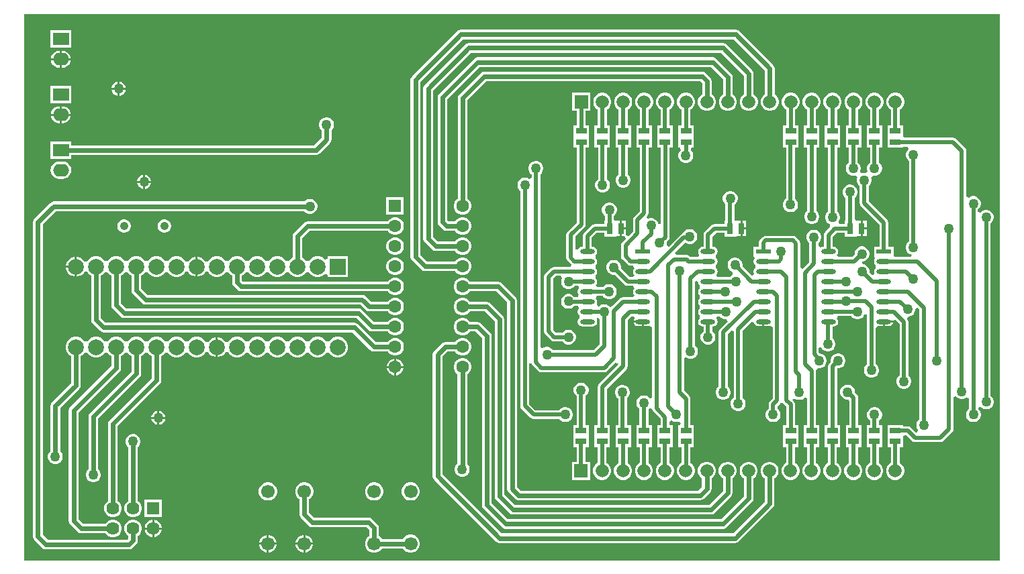
<source format=gbl>
G04*
G04 #@! TF.GenerationSoftware,Altium Limited,Altium Designer,24.5.2 (23)*
G04*
G04 Layer_Physical_Order=2*
G04 Layer_Color=16711680*
%FSLAX44Y44*%
%MOMM*%
G71*
G04*
G04 #@! TF.SameCoordinates,5CBC3D74-EA73-4CBB-BCEB-C53DBBCF94AE*
G04*
G04*
G04 #@! TF.FilePolarity,Positive*
G04*
G01*
G75*
%ADD17R,0.7500X1.4500*%
%ADD18R,1.3500X0.8000*%
%ADD47C,0.6000*%
%ADD48C,0.5000*%
%ADD49R,2.0000X2.0000*%
%ADD50C,2.0000*%
%ADD51C,1.6700*%
%ADD52R,1.6700X1.6700*%
%ADD53C,1.7000*%
%ADD54C,1.6200*%
%ADD55R,1.6200X1.6200*%
%ADD56C,1.0750*%
%ADD57C,1.6000*%
%ADD58R,1.6000X1.6000*%
%ADD59O,2.0000X1.6000*%
%ADD60R,2.0000X1.6000*%
%ADD61C,1.2700*%
%ADD62R,1.8500X0.6000*%
%ADD63O,1.8500X0.6000*%
G36*
X1240000Y10000D02*
X10000D01*
Y700000D01*
X1240000D01*
Y10000D01*
D02*
G37*
%LPC*%
G36*
X69000Y679000D02*
X43000D01*
Y657000D01*
X69000D01*
Y679000D01*
D02*
G37*
G36*
X58000Y653231D02*
X57270D01*
Y643870D01*
X68464D01*
X68269Y645351D01*
X67207Y647915D01*
X65517Y650117D01*
X63316Y651807D01*
X60752Y652869D01*
X58000Y653231D01*
D02*
G37*
G36*
X54730D02*
X54000D01*
X51248Y652869D01*
X48685Y651807D01*
X46483Y650117D01*
X44793Y647915D01*
X43731Y645351D01*
X43536Y643870D01*
X54730D01*
Y653231D01*
D02*
G37*
G36*
X68464Y641330D02*
X57270D01*
Y631969D01*
X58000D01*
X60752Y632331D01*
X63316Y633393D01*
X65517Y635083D01*
X67207Y637285D01*
X68269Y639849D01*
X68464Y641330D01*
D02*
G37*
G36*
X54730D02*
X43536D01*
X43731Y639849D01*
X44793Y637285D01*
X46483Y635083D01*
X48685Y633393D01*
X51248Y632331D01*
X54000Y631969D01*
X54730D01*
Y641330D01*
D02*
G37*
G36*
X130270Y614363D02*
Y606770D01*
X137863D01*
X137284Y608931D01*
X136114Y610959D01*
X134459Y612614D01*
X132431Y613784D01*
X130270Y614363D01*
D02*
G37*
G36*
X127730D02*
X125569Y613784D01*
X123541Y612614D01*
X121886Y610959D01*
X120716Y608931D01*
X120137Y606770D01*
X127730D01*
Y614363D01*
D02*
G37*
G36*
X137863Y604230D02*
X130270D01*
Y596637D01*
X132431Y597216D01*
X134459Y598386D01*
X136114Y600041D01*
X137284Y602069D01*
X137863Y604230D01*
D02*
G37*
G36*
X127730D02*
X120137D01*
X120716Y602069D01*
X121886Y600041D01*
X123541Y598386D01*
X125569Y597216D01*
X127730Y596637D01*
Y604230D01*
D02*
G37*
G36*
X69000Y609000D02*
X43000D01*
Y587000D01*
X69000D01*
Y609000D01*
D02*
G37*
G36*
X907000Y680117D02*
X560000D01*
X557659Y679652D01*
X555674Y678326D01*
X498674Y621326D01*
X497348Y619341D01*
X496883Y617000D01*
Y393000D01*
X497348Y390659D01*
X498674Y388674D01*
X510524Y376824D01*
X512509Y375498D01*
X514850Y375033D01*
X553330D01*
X553698Y374396D01*
X555746Y372348D01*
X558254Y370900D01*
X561052Y370150D01*
X563948D01*
X566746Y370900D01*
X569254Y372348D01*
X571302Y374396D01*
X572750Y376904D01*
X573500Y379702D01*
Y382598D01*
X572750Y385396D01*
X571302Y387904D01*
X569254Y389952D01*
X566746Y391400D01*
X563948Y392150D01*
X561052D01*
X558254Y391400D01*
X555746Y389952D01*
X553698Y387904D01*
X553330Y387268D01*
X517384D01*
X509118Y395534D01*
Y614466D01*
X562534Y667883D01*
X904466D01*
X943710Y628639D01*
Y598544D01*
X942858Y598052D01*
X940745Y595939D01*
X939251Y593351D01*
X938477Y590464D01*
Y587476D01*
X939251Y584589D01*
X940745Y582001D01*
X942858Y579888D01*
X945446Y578393D01*
X948333Y577620D01*
X951321D01*
X954208Y578393D01*
X956796Y579888D01*
X958909Y582001D01*
X960404Y584589D01*
X961177Y587476D01*
Y590464D01*
X960404Y593351D01*
X958909Y595939D01*
X956796Y598052D01*
X955945Y598544D01*
Y631173D01*
X955479Y633514D01*
X954153Y635499D01*
X911326Y678326D01*
X909341Y679652D01*
X907000Y680117D01*
D02*
G37*
G36*
X891000Y663118D02*
X570000D01*
X567659Y662652D01*
X565674Y661326D01*
X514674Y610326D01*
X513348Y608341D01*
X512882Y606000D01*
Y416000D01*
X513348Y413659D01*
X514674Y411674D01*
X524124Y402224D01*
X526109Y400898D01*
X528450Y400433D01*
X553330D01*
X553698Y399796D01*
X555746Y397748D01*
X558254Y396300D01*
X561052Y395550D01*
X563948D01*
X566746Y396300D01*
X569254Y397748D01*
X571302Y399796D01*
X572750Y402304D01*
X573500Y405102D01*
Y407998D01*
X572750Y410796D01*
X571302Y413304D01*
X569254Y415352D01*
X566746Y416800D01*
X563948Y417550D01*
X561052D01*
X558254Y416800D01*
X555746Y415352D01*
X553698Y413304D01*
X553330Y412668D01*
X530984D01*
X525117Y418534D01*
Y603466D01*
X572534Y650882D01*
X888466D01*
X917310Y622039D01*
Y598544D01*
X916458Y598052D01*
X914345Y595939D01*
X912851Y593351D01*
X912077Y590464D01*
Y587476D01*
X912851Y584589D01*
X914345Y582001D01*
X916458Y579888D01*
X919046Y578393D01*
X921933Y577620D01*
X924921D01*
X927808Y578393D01*
X930396Y579888D01*
X932509Y582001D01*
X934004Y584589D01*
X934777Y587476D01*
Y590464D01*
X934004Y593351D01*
X932509Y595939D01*
X930396Y598052D01*
X929545Y598544D01*
Y624573D01*
X929079Y626914D01*
X927753Y628899D01*
X895326Y661326D01*
X893341Y662652D01*
X891000Y663118D01*
D02*
G37*
G36*
X878000Y645117D02*
X581000D01*
X578659Y644652D01*
X576674Y643326D01*
X532674Y599326D01*
X531348Y597341D01*
X530882Y595000D01*
Y437000D01*
X531348Y434659D01*
X532674Y432674D01*
X537724Y427624D01*
X539709Y426298D01*
X542050Y425832D01*
X553330D01*
X553698Y425196D01*
X555746Y423148D01*
X558254Y421700D01*
X561052Y420950D01*
X563948D01*
X566746Y421700D01*
X569254Y423148D01*
X571302Y425196D01*
X572750Y427704D01*
X573500Y430502D01*
Y433398D01*
X572750Y436196D01*
X571302Y438704D01*
X569254Y440752D01*
X566746Y442200D01*
X563948Y442950D01*
X561052D01*
X558254Y442200D01*
X555746Y440752D01*
X553698Y438704D01*
X553330Y438068D01*
X544584D01*
X543117Y439534D01*
Y592466D01*
X583534Y632882D01*
X875466D01*
X890910Y617439D01*
Y598544D01*
X890058Y598052D01*
X887945Y595939D01*
X886451Y593351D01*
X885677Y590464D01*
Y587476D01*
X886451Y584589D01*
X887945Y582001D01*
X890058Y579888D01*
X892646Y578393D01*
X895533Y577620D01*
X898521D01*
X901408Y578393D01*
X903996Y579888D01*
X906109Y582001D01*
X907604Y584589D01*
X908377Y587476D01*
Y590464D01*
X907604Y593351D01*
X906109Y595939D01*
X903996Y598052D01*
X903145Y598544D01*
Y619973D01*
X902679Y622314D01*
X901353Y624299D01*
X882326Y643326D01*
X880341Y644652D01*
X878000Y645117D01*
D02*
G37*
G36*
X865000Y627118D02*
X590000D01*
X587659Y626652D01*
X585674Y625326D01*
X558174Y597826D01*
X556848Y595841D01*
X556382Y593500D01*
Y466520D01*
X555746Y466152D01*
X553698Y464104D01*
X552250Y461596D01*
X551500Y458798D01*
Y455902D01*
X552250Y453104D01*
X553698Y450596D01*
X555746Y448548D01*
X558254Y447100D01*
X561052Y446350D01*
X563948D01*
X566746Y447100D01*
X569254Y448548D01*
X571302Y450596D01*
X572750Y453104D01*
X573500Y455902D01*
Y458798D01*
X572750Y461596D01*
X571302Y464104D01*
X569254Y466152D01*
X568618Y466520D01*
Y590966D01*
X592534Y614883D01*
X862466D01*
X864510Y612839D01*
Y598544D01*
X863658Y598052D01*
X861545Y595939D01*
X860051Y593351D01*
X859277Y590464D01*
Y587476D01*
X860051Y584589D01*
X861545Y582001D01*
X863658Y579888D01*
X866246Y578393D01*
X869133Y577620D01*
X872121D01*
X875008Y578393D01*
X877596Y579888D01*
X879709Y582001D01*
X881204Y584589D01*
X881977Y587476D01*
Y590464D01*
X881204Y593351D01*
X879709Y595939D01*
X877596Y598052D01*
X876745Y598544D01*
Y615373D01*
X876279Y617714D01*
X874953Y619699D01*
X869326Y625326D01*
X867341Y626652D01*
X865000Y627118D01*
D02*
G37*
G36*
X58000Y583231D02*
X57270D01*
Y573870D01*
X68464D01*
X68269Y575351D01*
X67207Y577915D01*
X65517Y580117D01*
X63316Y581807D01*
X60752Y582869D01*
X58000Y583231D01*
D02*
G37*
G36*
X54730D02*
X54000D01*
X51248Y582869D01*
X48685Y581807D01*
X46483Y580117D01*
X44793Y577915D01*
X43731Y575351D01*
X43536Y573870D01*
X54730D01*
Y583231D01*
D02*
G37*
G36*
X68464Y571330D02*
X57270D01*
Y561969D01*
X58000D01*
X60752Y562331D01*
X63316Y563393D01*
X65517Y565083D01*
X67207Y567285D01*
X68269Y569849D01*
X68464Y571330D01*
D02*
G37*
G36*
X54730D02*
X43536D01*
X43731Y569849D01*
X44793Y567285D01*
X46483Y565083D01*
X48685Y563393D01*
X51248Y562331D01*
X54000Y561969D01*
X54730D01*
Y571330D01*
D02*
G37*
G36*
X392231Y569350D02*
X389769D01*
X387391Y568713D01*
X385259Y567482D01*
X383518Y565741D01*
X382287Y563609D01*
X381650Y561231D01*
Y558769D01*
X382287Y556391D01*
X383518Y554259D01*
X384883Y552895D01*
Y543534D01*
X375466Y534118D01*
X69000D01*
Y539000D01*
X43000D01*
Y517000D01*
X69000D01*
Y521883D01*
X378000D01*
X380341Y522348D01*
X382326Y523674D01*
X395326Y536674D01*
X396652Y538659D01*
X397118Y541000D01*
Y552895D01*
X398482Y554259D01*
X399713Y556391D01*
X400350Y558769D01*
Y561231D01*
X399713Y563609D01*
X398482Y565741D01*
X396741Y567482D01*
X394609Y568713D01*
X392231Y569350D01*
D02*
G37*
G36*
X845721Y600320D02*
X842733D01*
X839846Y599546D01*
X837258Y598052D01*
X835145Y595939D01*
X833651Y593351D01*
X832877Y590464D01*
Y587476D01*
X833651Y584589D01*
X835145Y582001D01*
X837258Y579888D01*
X838621Y579101D01*
Y559000D01*
X834480D01*
Y548000D01*
X834480Y545000D01*
X834480Y542000D01*
Y531000D01*
X836698D01*
X837326Y529987D01*
X837777Y528000D01*
X836518Y526741D01*
X835287Y524609D01*
X834650Y522231D01*
Y519769D01*
X835287Y517391D01*
X836518Y515259D01*
X838259Y513518D01*
X840391Y512287D01*
X842769Y511650D01*
X845231D01*
X847609Y512287D01*
X849741Y513518D01*
X851482Y515259D01*
X852713Y517391D01*
X853350Y519769D01*
Y522231D01*
X852713Y524609D01*
X851482Y526741D01*
X850223Y528000D01*
X850674Y529987D01*
X851302Y531000D01*
X853980D01*
Y542000D01*
X853980Y545000D01*
X853980Y548000D01*
Y559000D01*
X849836D01*
Y579103D01*
X851196Y579888D01*
X853309Y582001D01*
X854804Y584589D01*
X855577Y587476D01*
Y590464D01*
X854804Y593351D01*
X853309Y595939D01*
X851196Y598052D01*
X848608Y599546D01*
X845721Y600320D01*
D02*
G37*
G36*
X1109721D02*
X1106733D01*
X1103846Y599546D01*
X1101258Y598052D01*
X1099145Y595939D01*
X1097651Y593351D01*
X1096877Y590464D01*
Y587476D01*
X1097651Y584589D01*
X1099145Y582001D01*
X1101258Y579888D01*
X1102621Y579101D01*
Y559000D01*
X1098480D01*
Y548000D01*
X1098480Y545000D01*
X1098480Y542000D01*
Y531000D01*
X1117980D01*
Y532392D01*
X1124300D01*
X1125152Y529807D01*
X1125169Y529392D01*
X1123518Y527741D01*
X1122287Y525609D01*
X1121650Y523231D01*
Y520769D01*
X1122287Y518391D01*
X1123518Y516259D01*
X1125259Y514518D01*
X1125267Y514513D01*
Y412881D01*
X1125009Y412732D01*
X1123268Y410991D01*
X1122037Y408859D01*
X1121400Y406481D01*
Y404019D01*
X1122037Y401641D01*
X1123268Y399509D01*
X1125009Y397768D01*
X1127141Y396537D01*
X1128744Y396108D01*
X1128349Y393108D01*
X1108428D01*
X1105880Y394200D01*
X1105880Y396108D01*
Y406200D01*
X1099238D01*
Y436370D01*
X1098811Y438516D01*
X1097595Y440335D01*
X1074608Y463323D01*
Y482441D01*
X1074741Y482518D01*
X1076482Y484259D01*
X1077713Y486391D01*
X1078350Y488769D01*
Y491231D01*
X1077784Y493344D01*
X1078306Y494241D01*
X1079857Y495894D01*
X1080769Y495650D01*
X1083231D01*
X1085609Y496287D01*
X1087741Y497518D01*
X1089482Y499259D01*
X1090713Y501391D01*
X1091350Y503769D01*
Y506231D01*
X1090713Y508609D01*
X1089482Y510741D01*
X1087741Y512482D01*
X1087523Y512608D01*
Y531000D01*
X1091580D01*
Y542000D01*
X1091580Y545000D01*
X1091580Y548000D01*
Y559000D01*
X1087436D01*
Y579103D01*
X1088796Y579888D01*
X1090909Y582001D01*
X1092404Y584589D01*
X1093177Y587476D01*
Y590464D01*
X1092404Y593351D01*
X1090909Y595939D01*
X1088796Y598052D01*
X1086208Y599546D01*
X1083321Y600320D01*
X1080333D01*
X1077446Y599546D01*
X1074858Y598052D01*
X1072745Y595939D01*
X1071251Y593351D01*
X1070477Y590464D01*
Y587476D01*
X1071251Y584589D01*
X1072745Y582001D01*
X1074858Y579888D01*
X1076221Y579101D01*
Y559000D01*
X1072080D01*
Y548000D01*
X1072080Y545000D01*
X1072080Y542000D01*
Y531000D01*
X1076307D01*
Y512510D01*
X1076259Y512482D01*
X1074518Y510741D01*
X1073287Y508609D01*
X1072650Y506231D01*
Y503769D01*
X1073216Y501656D01*
X1072694Y500759D01*
X1071143Y499106D01*
X1070231Y499350D01*
X1067769D01*
X1065675Y498789D01*
X1064921Y499328D01*
X1063554Y501116D01*
X1063713Y501391D01*
X1064350Y503769D01*
Y506231D01*
X1063713Y508609D01*
X1062482Y510741D01*
X1060823Y512400D01*
Y531000D01*
X1065180D01*
Y542000D01*
X1065180Y545000D01*
X1065180Y548000D01*
Y559000D01*
X1061036D01*
Y579103D01*
X1062396Y579888D01*
X1064509Y582001D01*
X1066004Y584589D01*
X1066777Y587476D01*
Y590464D01*
X1066004Y593351D01*
X1064509Y595939D01*
X1062396Y598052D01*
X1059808Y599546D01*
X1056921Y600320D01*
X1053933D01*
X1051046Y599546D01*
X1048458Y598052D01*
X1046345Y595939D01*
X1044851Y593351D01*
X1044077Y590464D01*
Y587476D01*
X1044851Y584589D01*
X1046345Y582001D01*
X1048458Y579888D01*
X1049821Y579101D01*
Y559000D01*
X1045680D01*
Y548000D01*
X1045680Y545000D01*
X1045680Y542000D01*
Y531000D01*
X1049607D01*
Y512683D01*
X1049259Y512482D01*
X1047518Y510741D01*
X1046287Y508609D01*
X1045650Y506231D01*
Y503769D01*
X1046287Y501391D01*
X1047518Y499259D01*
X1049259Y497518D01*
X1051391Y496287D01*
X1053769Y495650D01*
X1056231D01*
X1058326Y496211D01*
X1059079Y495672D01*
X1060446Y493884D01*
X1060287Y493609D01*
X1059650Y491231D01*
Y488769D01*
X1060287Y486391D01*
X1061518Y484259D01*
X1063259Y482518D01*
X1063392Y482441D01*
Y461000D01*
X1063819Y458854D01*
X1065035Y457035D01*
X1088022Y434047D01*
Y406200D01*
X1081380D01*
Y394309D01*
X1081380Y394200D01*
X1081380Y394200D01*
X1081840Y393548D01*
X1082636Y391200D01*
X1081728Y389841D01*
X1081263Y387500D01*
X1081728Y385159D01*
X1083054Y383174D01*
X1083390Y382950D01*
Y379350D01*
X1083054Y379126D01*
X1081728Y377141D01*
X1081263Y374800D01*
X1081728Y372459D01*
X1081573Y371774D01*
X1080050Y369571D01*
X1079351Y369580D01*
X1075310Y373620D01*
X1075350Y373769D01*
Y376231D01*
X1074713Y378609D01*
X1073482Y380741D01*
X1071741Y382482D01*
X1069609Y383713D01*
X1067809Y384195D01*
X1066760Y385883D01*
X1066309Y387350D01*
X1066510Y387650D01*
X1067231D01*
X1069609Y388287D01*
X1071741Y389518D01*
X1073482Y391259D01*
X1074713Y393391D01*
X1075350Y395769D01*
Y398231D01*
X1074713Y400609D01*
X1073482Y402741D01*
X1071741Y404482D01*
X1069609Y405713D01*
X1067231Y406350D01*
X1064769D01*
X1062391Y405713D01*
X1060259Y404482D01*
X1058518Y402741D01*
X1057287Y400609D01*
X1056650Y398231D01*
Y396167D01*
X1053590Y393108D01*
X1035465D01*
X1034632Y394939D01*
X1034362Y396108D01*
X1035532Y397859D01*
X1035997Y400200D01*
X1035532Y402541D01*
X1034206Y404526D01*
X1032221Y405852D01*
X1029880Y406318D01*
X1029238D01*
Y418307D01*
X1034323Y423392D01*
X1044630D01*
Y418750D01*
X1056780D01*
X1058130Y418750D01*
X1060939Y419210D01*
X1064610D01*
Y429000D01*
Y438790D01*
X1060939D01*
X1058130Y439250D01*
X1056798Y442154D01*
Y467575D01*
X1058482Y469259D01*
X1059713Y471391D01*
X1060350Y473769D01*
Y476231D01*
X1059713Y478609D01*
X1058482Y480741D01*
X1056741Y482482D01*
X1054609Y483713D01*
X1052231Y484350D01*
X1049769D01*
X1047391Y483713D01*
X1045259Y482482D01*
X1043518Y480741D01*
X1042287Y478609D01*
X1041650Y476231D01*
Y473769D01*
X1042287Y471391D01*
X1043518Y469259D01*
X1045259Y467518D01*
X1045582Y467332D01*
Y439250D01*
X1044630D01*
Y434608D01*
X1038002D01*
X1036965Y436458D01*
X1036640Y437608D01*
X1037709Y439459D01*
X1038346Y441837D01*
Y444299D01*
X1037709Y446677D01*
X1036478Y448809D01*
X1034737Y450550D01*
X1034621Y450617D01*
Y531000D01*
X1038780D01*
Y542000D01*
X1038780Y545000D01*
X1038780Y548000D01*
Y559000D01*
X1034636D01*
Y579103D01*
X1035996Y579888D01*
X1038109Y582001D01*
X1039604Y584589D01*
X1040377Y587476D01*
Y590464D01*
X1039604Y593351D01*
X1038109Y595939D01*
X1035996Y598052D01*
X1033408Y599546D01*
X1030521Y600320D01*
X1027533D01*
X1024646Y599546D01*
X1022058Y598052D01*
X1019945Y595939D01*
X1018451Y593351D01*
X1017677Y590464D01*
Y587476D01*
X1018451Y584589D01*
X1019945Y582001D01*
X1022058Y579888D01*
X1023421Y579101D01*
Y559000D01*
X1019280D01*
Y548000D01*
X1019280Y545000D01*
X1019280Y542000D01*
Y531000D01*
X1023406D01*
Y450636D01*
X1023255Y450550D01*
X1021515Y448809D01*
X1020284Y446677D01*
X1019646Y444299D01*
Y441837D01*
X1020284Y439459D01*
X1021515Y437327D01*
X1023255Y435586D01*
X1025257Y434430D01*
X1025392Y434333D01*
X1026122Y431053D01*
X1019665Y424595D01*
X1018449Y422776D01*
X1018022Y420630D01*
Y406318D01*
X1017380D01*
X1015039Y405852D01*
X1014038Y405183D01*
X1011065Y406485D01*
X1011038Y406512D01*
Y410453D01*
X1011171Y410530D01*
X1012912Y412271D01*
X1014143Y414403D01*
X1014781Y416781D01*
Y419243D01*
X1014143Y421621D01*
X1012912Y423753D01*
X1011171Y425494D01*
X1009039Y426725D01*
X1006661Y427362D01*
X1004200D01*
X1001822Y426725D01*
X999689Y425494D01*
X997949Y423753D01*
X996718Y421621D01*
X996080Y419243D01*
Y416781D01*
X996718Y414403D01*
X997949Y412271D01*
X999689Y410530D01*
X999823Y410453D01*
Y386753D01*
X991214Y378145D01*
X988214Y379388D01*
Y410465D01*
X987787Y412611D01*
X986572Y414430D01*
X983036Y417965D01*
X981217Y419181D01*
X979071Y419608D01*
X944679D01*
X942533Y419181D01*
X940714Y417965D01*
X937785Y415036D01*
X936569Y413217D01*
X936142Y411071D01*
Y406200D01*
X929500D01*
Y394200D01*
X929500D01*
X930601Y391656D01*
X930756Y391200D01*
X929848Y389841D01*
X929382Y387500D01*
X929848Y385159D01*
X931174Y383174D01*
X931510Y382950D01*
Y379350D01*
X931174Y379126D01*
X929848Y377141D01*
X929382Y374800D01*
X929848Y372459D01*
X929766Y371941D01*
X928212Y369507D01*
X927433Y369497D01*
X915310Y381620D01*
X915350Y381769D01*
Y384231D01*
X914713Y386609D01*
X913482Y388741D01*
X911741Y390482D01*
X909609Y391713D01*
X907231Y392350D01*
X904769D01*
X902391Y391713D01*
X900259Y390482D01*
X898518Y388741D01*
X897287Y386609D01*
X896650Y384231D01*
Y381769D01*
X897287Y379391D01*
X898518Y377259D01*
X900259Y375518D01*
X902391Y374287D01*
X903284Y374048D01*
X903301Y370982D01*
X903290Y370940D01*
X901169Y369716D01*
X899428Y367975D01*
X899313Y367775D01*
X883686D01*
X882872Y369390D01*
X882527Y370775D01*
X883652Y372459D01*
X884118Y374800D01*
X883652Y377141D01*
X882326Y379126D01*
X881990Y379350D01*
Y382950D01*
X882326Y383174D01*
X883652Y385159D01*
X884118Y387500D01*
X883652Y389841D01*
X882326Y391826D01*
X881990Y392050D01*
Y395650D01*
X882326Y395874D01*
X883652Y397859D01*
X884118Y400200D01*
X883652Y402541D01*
X882326Y404526D01*
X880341Y405852D01*
X878000Y406318D01*
X877358D01*
Y418427D01*
X882323Y423392D01*
X892750D01*
Y418750D01*
X904901D01*
X906250Y418750D01*
X909059Y419210D01*
X912730D01*
Y429000D01*
Y438790D01*
X909059D01*
X906634Y439187D01*
X905108Y439750D01*
Y459152D01*
X905741Y459518D01*
X907482Y461259D01*
X908713Y463391D01*
X909350Y465769D01*
Y468231D01*
X908713Y470609D01*
X907482Y472741D01*
X905741Y474482D01*
X903609Y475713D01*
X901231Y476350D01*
X898769D01*
X896391Y475713D01*
X894259Y474482D01*
X892518Y472741D01*
X891287Y470609D01*
X890650Y468231D01*
Y465769D01*
X891287Y463391D01*
X892518Y461259D01*
X893892Y459885D01*
Y439250D01*
X892750D01*
Y434608D01*
X880000D01*
X877854Y434181D01*
X876035Y432965D01*
X867785Y424715D01*
X866569Y422896D01*
X866142Y420750D01*
Y406318D01*
X865500D01*
X863159Y405852D01*
X861174Y404526D01*
X859848Y402541D01*
X859382Y400200D01*
X859848Y397859D01*
X861018Y396108D01*
X860749Y394939D01*
X859915Y393108D01*
X849823D01*
X848965Y393965D01*
X847146Y395181D01*
X845000Y395608D01*
X831781D01*
X830538Y398608D01*
X843379Y411449D01*
X845391Y410287D01*
X847769Y409650D01*
X850231D01*
X852609Y410287D01*
X854741Y411518D01*
X856482Y413259D01*
X857713Y415391D01*
X858350Y417769D01*
Y420231D01*
X857713Y422609D01*
X856482Y424741D01*
X854741Y426482D01*
X852609Y427713D01*
X850231Y428350D01*
X847769D01*
X845391Y427713D01*
X843259Y426482D01*
X841518Y424741D01*
X840469Y422924D01*
X839381Y422707D01*
X837561Y421492D01*
X822368Y406299D01*
X819894Y408067D01*
X820350Y409769D01*
Y412231D01*
X820310Y412380D01*
X821965Y414035D01*
X823181Y415854D01*
X823608Y418000D01*
Y531000D01*
X827580D01*
Y542000D01*
X827580Y545000D01*
X827580Y548000D01*
Y559000D01*
X823436D01*
Y579103D01*
X824796Y579888D01*
X826909Y582001D01*
X828404Y584589D01*
X829177Y587476D01*
Y590464D01*
X828404Y593351D01*
X826909Y595939D01*
X824796Y598052D01*
X822208Y599546D01*
X819321Y600320D01*
X816333D01*
X813446Y599546D01*
X810858Y598052D01*
X808745Y595939D01*
X807251Y593351D01*
X806477Y590464D01*
Y587476D01*
X807251Y584589D01*
X808745Y582001D01*
X810858Y579888D01*
X812221Y579101D01*
Y559000D01*
X808080D01*
Y548000D01*
X808080Y545000D01*
X808080Y542000D01*
Y531000D01*
X812392D01*
Y435038D01*
X809392Y434643D01*
X808970Y436220D01*
X807739Y438352D01*
X805998Y440093D01*
X803866Y441323D01*
X801488Y441961D01*
X799026D01*
X796648Y441323D01*
X796290Y441117D01*
X794448Y443517D01*
X795395Y444465D01*
X796611Y446284D01*
X797038Y448430D01*
Y531000D01*
X801180D01*
Y542000D01*
X801180Y545000D01*
X801180Y548000D01*
Y559000D01*
X797036D01*
Y579103D01*
X798396Y579888D01*
X800509Y582001D01*
X802004Y584589D01*
X802777Y587476D01*
Y590464D01*
X802004Y593351D01*
X800509Y595939D01*
X798396Y598052D01*
X795808Y599546D01*
X792921Y600320D01*
X789933D01*
X787046Y599546D01*
X784458Y598052D01*
X782345Y595939D01*
X780851Y593351D01*
X780077Y590464D01*
Y587476D01*
X780851Y584589D01*
X782345Y582001D01*
X784458Y579888D01*
X785821Y579101D01*
Y559000D01*
X781680D01*
Y548000D01*
X781680Y545000D01*
X781680Y542000D01*
Y531000D01*
X785822D01*
Y450753D01*
X779035Y443965D01*
X777819Y442146D01*
X777392Y440000D01*
Y425323D01*
X771410Y419341D01*
X768410Y420583D01*
X768410Y421641D01*
Y427730D01*
X763390D01*
Y419210D01*
X765863D01*
X767037Y419210D01*
X768279Y416210D01*
X764035Y411965D01*
X762819Y410146D01*
X762392Y408000D01*
Y394000D01*
X762819Y391854D01*
X764035Y390035D01*
X770535Y383535D01*
X772354Y382319D01*
X774500Y381892D01*
X778035D01*
X778868Y380061D01*
X779138Y378892D01*
X777968Y377141D01*
X777503Y374800D01*
X777968Y372459D01*
X779138Y370708D01*
X778868Y369539D01*
X778035Y367708D01*
X773223D01*
X762310Y378620D01*
X762350Y378769D01*
Y381231D01*
X761713Y383609D01*
X760482Y385741D01*
X758741Y387482D01*
X756609Y388713D01*
X754231Y389350D01*
X751769D01*
X749391Y388713D01*
X747259Y387482D01*
X745518Y385741D01*
X744287Y383609D01*
X743650Y381231D01*
Y378769D01*
X744287Y376391D01*
X745518Y374259D01*
X747259Y372518D01*
X749391Y371287D01*
X751769Y370650D01*
X754231D01*
X754380Y370690D01*
X766935Y358135D01*
X768754Y356919D01*
X770900Y356492D01*
X778035D01*
X778868Y354661D01*
X779138Y353492D01*
X777968Y351741D01*
X777503Y349400D01*
X777968Y347059D01*
X779138Y345308D01*
X778868Y344139D01*
X778035Y342308D01*
X764700D01*
X762554Y341881D01*
X760735Y340665D01*
X751164Y331095D01*
X748482Y329741D01*
X746741Y331482D01*
X744609Y332713D01*
X742231Y333350D01*
X739769D01*
X737391Y332713D01*
X735259Y331482D01*
X734442Y330665D01*
X732931Y330831D01*
X731514Y333813D01*
X731521Y333983D01*
X731772Y334359D01*
X732237Y336700D01*
X731772Y339041D01*
X730602Y340792D01*
X730872Y341961D01*
X731705Y343792D01*
X739841D01*
X739918Y343659D01*
X741659Y341918D01*
X743791Y340687D01*
X746169Y340050D01*
X748631D01*
X751009Y340687D01*
X753141Y341918D01*
X754882Y343659D01*
X756113Y345791D01*
X756750Y348169D01*
Y350631D01*
X756113Y353009D01*
X754882Y355141D01*
X753141Y356882D01*
X751009Y358113D01*
X748631Y358750D01*
X746169D01*
X743791Y358113D01*
X741659Y356882D01*
X739918Y355141D01*
X739841Y355008D01*
X731705D01*
X730872Y356839D01*
X730602Y358008D01*
X731772Y359759D01*
X732237Y362100D01*
X731772Y364441D01*
X730446Y366426D01*
X730110Y366650D01*
Y370250D01*
X730446Y370474D01*
X731772Y372459D01*
X732237Y374800D01*
X731772Y377141D01*
X730446Y379126D01*
X730110Y379350D01*
Y382950D01*
X730446Y383174D01*
X731772Y385159D01*
X732237Y387500D01*
X731772Y389841D01*
X730446Y391826D01*
X730110Y392050D01*
Y395650D01*
X730446Y395874D01*
X731772Y397859D01*
X732237Y400200D01*
X731772Y402541D01*
X730446Y404526D01*
X728461Y405852D01*
X726120Y406318D01*
X725478D01*
Y417547D01*
X731323Y423392D01*
X740870D01*
Y418750D01*
X753020D01*
X754370Y418750D01*
X757179Y419210D01*
X760850D01*
Y429000D01*
Y438790D01*
X757179D01*
X754754Y439187D01*
X753228Y439750D01*
Y445061D01*
X753361Y445138D01*
X755102Y446879D01*
X756333Y449011D01*
X756970Y451389D01*
Y453851D01*
X756333Y456229D01*
X755102Y458361D01*
X753361Y460102D01*
X751229Y461333D01*
X748851Y461970D01*
X746389D01*
X744011Y461333D01*
X741879Y460102D01*
X740138Y458361D01*
X738907Y456229D01*
X738270Y453851D01*
Y451389D01*
X738907Y449011D01*
X740138Y446879D01*
X741879Y445138D01*
X742012Y445061D01*
Y439250D01*
X740870D01*
Y434608D01*
X729000D01*
X726854Y434181D01*
X725035Y432965D01*
X715905Y423835D01*
X714689Y422016D01*
X714262Y419870D01*
Y406318D01*
X713620D01*
X711279Y405852D01*
X709294Y404526D01*
X708175Y402851D01*
X706967Y402412D01*
X704829Y402136D01*
X704608Y402390D01*
Y418677D01*
X716195Y430265D01*
X717411Y432084D01*
X717838Y434230D01*
Y531000D01*
X721980D01*
Y542000D01*
X721980Y545000D01*
X721980Y548000D01*
Y559000D01*
X717838D01*
Y577620D01*
X723577D01*
Y600320D01*
X700877D01*
Y577620D01*
X706622D01*
Y559000D01*
X702480D01*
Y548000D01*
X702480Y545000D01*
X702480Y542000D01*
Y531000D01*
X706622D01*
Y436553D01*
X695035Y424965D01*
X693819Y423146D01*
X693392Y421000D01*
Y392000D01*
X693819Y389854D01*
X695035Y388035D01*
X699535Y383535D01*
X699725Y383408D01*
X698815Y380408D01*
X677800D01*
X675654Y379981D01*
X673835Y378765D01*
X667035Y371965D01*
X665819Y370146D01*
X665392Y368000D01*
Y299000D01*
X665819Y296854D01*
X667035Y295035D01*
X674035Y288035D01*
X675854Y286819D01*
X678000Y286392D01*
X688441D01*
X688518Y286259D01*
X690259Y284518D01*
X692391Y283287D01*
X694769Y282650D01*
X697231D01*
X699609Y283287D01*
X701741Y284518D01*
X703482Y286259D01*
X704713Y288391D01*
X705350Y290769D01*
Y293231D01*
X704713Y295609D01*
X703482Y297741D01*
X701741Y299482D01*
X699609Y300713D01*
X697231Y301350D01*
X694769D01*
X692391Y300713D01*
X690259Y299482D01*
X688518Y297741D01*
X688441Y297608D01*
X680323D01*
X676608Y301323D01*
Y365677D01*
X680123Y369192D01*
X685892D01*
X687624Y366192D01*
X687287Y365609D01*
X686650Y363231D01*
Y360769D01*
X687287Y358391D01*
X688518Y356259D01*
X690259Y354518D01*
X692391Y353287D01*
X694769Y352650D01*
X697231D01*
X699609Y353287D01*
X701741Y354518D01*
X703482Y356259D01*
X703588Y356442D01*
X707960D01*
X708779Y354775D01*
X709105Y353442D01*
X707968Y351741D01*
X707503Y349400D01*
X707968Y347059D01*
X709038Y345458D01*
X708601Y343852D01*
X707810Y342458D01*
X703645D01*
X703482Y342741D01*
X701741Y344482D01*
X699609Y345713D01*
X697231Y346350D01*
X694769D01*
X692391Y345713D01*
X690259Y344482D01*
X688518Y342741D01*
X687287Y340609D01*
X686650Y338231D01*
Y335769D01*
X687287Y333391D01*
X688518Y331259D01*
X690259Y329518D01*
X692391Y328287D01*
X694769Y327650D01*
X697231D01*
X699609Y328287D01*
X701741Y329518D01*
X703465Y331242D01*
X708259D01*
X709141Y328758D01*
X709239Y328242D01*
X707968Y326341D01*
X707503Y324000D01*
X707968Y321659D01*
X709294Y319674D01*
X709630Y319450D01*
Y315850D01*
X709294Y315626D01*
X707968Y313641D01*
X707503Y311300D01*
X707968Y308959D01*
X709294Y306974D01*
X711279Y305648D01*
X713620Y305182D01*
X726120D01*
X728461Y305648D01*
X730446Y306974D01*
X731772Y308959D01*
X732237Y311300D01*
X731772Y313641D01*
X731521Y314017D01*
X731514Y314187D01*
X732847Y316993D01*
X735392Y314695D01*
Y283323D01*
X727677Y275608D01*
X676559D01*
X676482Y275741D01*
X674741Y277482D01*
X672609Y278713D01*
X670231Y279350D01*
X667769D01*
X665391Y278713D01*
X663608Y277683D01*
X662245Y278090D01*
X660608Y279073D01*
Y497441D01*
X660741Y497518D01*
X662482Y499259D01*
X663713Y501391D01*
X664350Y503769D01*
Y506231D01*
X663713Y508609D01*
X662482Y510741D01*
X660741Y512482D01*
X658609Y513713D01*
X656231Y514350D01*
X653769D01*
X651391Y513713D01*
X649259Y512482D01*
X647518Y510741D01*
X646287Y508609D01*
X645650Y506231D01*
Y503769D01*
X646287Y501391D01*
X647518Y499259D01*
X649259Y497518D01*
X649392Y497441D01*
Y493073D01*
X647755Y492090D01*
X646392Y491683D01*
X644609Y492713D01*
X642231Y493350D01*
X639769D01*
X637391Y492713D01*
X635259Y491482D01*
X633518Y489741D01*
X632287Y487609D01*
X631650Y485231D01*
Y482769D01*
X632287Y480391D01*
X633518Y478259D01*
X635259Y476518D01*
X635392Y476441D01*
Y205000D01*
X635819Y202854D01*
X637035Y201035D01*
X648035Y190035D01*
X649854Y188819D01*
X652000Y188392D01*
X684441D01*
X684518Y188259D01*
X686259Y186518D01*
X688391Y185287D01*
X690769Y184650D01*
X693231D01*
X695609Y185287D01*
X697741Y186518D01*
X699482Y188259D01*
X700713Y190391D01*
X701350Y192769D01*
Y195231D01*
X700713Y197609D01*
X699482Y199741D01*
X697741Y201482D01*
X695609Y202713D01*
X693231Y203350D01*
X690769D01*
X688391Y202713D01*
X686259Y201482D01*
X684518Y199741D01*
X684441Y199608D01*
X654323D01*
X646608Y207323D01*
Y258621D01*
X649608Y258917D01*
X649819Y257854D01*
X651035Y256035D01*
X658035Y249035D01*
X659854Y247819D01*
X662000Y247392D01*
X741000D01*
X743146Y247819D01*
X744965Y249035D01*
X755286Y259355D01*
X758580Y258500D01*
X758601Y258429D01*
X758555Y256670D01*
X734665Y232780D01*
X733449Y230961D01*
X733022Y228815D01*
Y181000D01*
X728880D01*
Y170000D01*
X728880Y167000D01*
X728880Y164000D01*
Y153000D01*
X732907D01*
Y132935D01*
X731431Y132082D01*
X729318Y129969D01*
X727823Y127381D01*
X727050Y124494D01*
Y121506D01*
X727823Y118619D01*
X729318Y116031D01*
X731431Y113918D01*
X734019Y112423D01*
X736906Y111650D01*
X739894D01*
X742781Y112423D01*
X745369Y113918D01*
X747482Y116031D01*
X748977Y118619D01*
X749750Y121506D01*
Y124494D01*
X748977Y127381D01*
X747482Y129969D01*
X745369Y132082D01*
X744123Y132802D01*
Y153000D01*
X748380D01*
Y164000D01*
X748380Y167000D01*
X748380Y170000D01*
Y181000D01*
X744238D01*
Y226492D01*
X768965Y251220D01*
X770181Y253039D01*
X770608Y255185D01*
Y313363D01*
X775445Y318201D01*
X778576D01*
X779455Y315768D01*
X779564Y315201D01*
X778401Y313462D01*
X778224Y312570D01*
X789870D01*
Y311300D01*
X791140D01*
Y305651D01*
X796120D01*
X798282Y306082D01*
X798392Y306155D01*
X801392Y304552D01*
Y215700D01*
X798807Y214848D01*
X798392Y214831D01*
X796741Y216482D01*
X794609Y217713D01*
X792231Y218350D01*
X789769D01*
X787391Y217713D01*
X785259Y216482D01*
X783518Y214741D01*
X782287Y212609D01*
X781650Y210231D01*
Y207769D01*
X782287Y205391D01*
X783518Y203259D01*
X785259Y201518D01*
X785607Y201317D01*
Y181000D01*
X781680D01*
Y170000D01*
X781680Y167000D01*
X781680Y164000D01*
Y153000D01*
X785707D01*
Y132935D01*
X784231Y132082D01*
X782118Y129969D01*
X780623Y127381D01*
X779850Y124494D01*
Y121506D01*
X780623Y118619D01*
X782118Y116031D01*
X784231Y113918D01*
X786819Y112423D01*
X789706Y111650D01*
X792694D01*
X795581Y112423D01*
X798169Y113918D01*
X800282Y116031D01*
X801777Y118619D01*
X802550Y121506D01*
Y124494D01*
X801777Y127381D01*
X800282Y129969D01*
X798169Y132082D01*
X796923Y132802D01*
Y153000D01*
X801180D01*
Y164000D01*
X801180Y167000D01*
X801180Y170000D01*
Y181000D01*
X796823D01*
Y200842D01*
X797688Y201850D01*
X798438Y202411D01*
X799461Y202269D01*
X801510Y201406D01*
X801819Y199854D01*
X803035Y198035D01*
X812222Y188847D01*
Y181000D01*
X808080D01*
Y170000D01*
X808080Y167000D01*
X808080Y164000D01*
Y153000D01*
X812107D01*
Y132935D01*
X810631Y132082D01*
X808518Y129969D01*
X807023Y127381D01*
X806250Y124494D01*
Y121506D01*
X807023Y118619D01*
X808518Y116031D01*
X810631Y113918D01*
X813219Y112423D01*
X816106Y111650D01*
X819094D01*
X821981Y112423D01*
X824569Y113918D01*
X826682Y116031D01*
X828176Y118619D01*
X828950Y121506D01*
Y124494D01*
X828176Y127381D01*
X826682Y129969D01*
X824569Y132082D01*
X823323Y132802D01*
Y153000D01*
X827580D01*
Y164000D01*
X827580Y167000D01*
X827580Y170000D01*
Y181000D01*
X823438D01*
Y185097D01*
X825653Y186213D01*
X826438Y186415D01*
X828391Y185287D01*
X830769Y184650D01*
X833231D01*
X835294Y185203D01*
X837705Y183402D01*
X837061Y181000D01*
X834480D01*
Y170000D01*
X834480Y167000D01*
X834480Y164000D01*
Y153000D01*
X838507D01*
Y132935D01*
X837031Y132082D01*
X834918Y129969D01*
X833423Y127381D01*
X832650Y124494D01*
Y121506D01*
X833423Y118619D01*
X834918Y116031D01*
X837031Y113918D01*
X839619Y112423D01*
X842506Y111650D01*
X845494D01*
X848381Y112423D01*
X850969Y113918D01*
X853082Y116031D01*
X854576Y118619D01*
X855350Y121506D01*
Y124494D01*
X854576Y127381D01*
X853082Y129969D01*
X850969Y132082D01*
X849723Y132802D01*
Y153000D01*
X853980D01*
Y164000D01*
X853980Y167000D01*
X853980Y170000D01*
Y181000D01*
X849838D01*
Y213770D01*
X849411Y215916D01*
X848195Y217735D01*
X841608Y224323D01*
Y264927D01*
X843245Y265910D01*
X844608Y266317D01*
X846391Y265287D01*
X848769Y264650D01*
X851231D01*
X853609Y265287D01*
X855741Y266518D01*
X857482Y268259D01*
X858713Y270391D01*
X859350Y272769D01*
Y275231D01*
X858713Y277609D01*
X857482Y279741D01*
X855741Y281482D01*
X855608Y281559D01*
Y362248D01*
X856469Y362833D01*
X857429Y362591D01*
X859543Y361293D01*
X859848Y359759D01*
X861174Y357774D01*
X861510Y357550D01*
Y353950D01*
X861174Y353726D01*
X859848Y351741D01*
X859382Y349400D01*
X859848Y347059D01*
X861174Y345074D01*
X861510Y344850D01*
Y341250D01*
X861174Y341026D01*
X859848Y339041D01*
X859382Y336700D01*
X859848Y334359D01*
X861174Y332374D01*
X861510Y332150D01*
Y328550D01*
X861174Y328326D01*
X859848Y326341D01*
X859382Y324000D01*
X859848Y321659D01*
X861174Y319674D01*
X861510Y319450D01*
Y315850D01*
X861174Y315626D01*
X859848Y313641D01*
X859382Y311300D01*
X859848Y308959D01*
X861174Y306974D01*
X863159Y305648D01*
X865500Y305182D01*
X866267D01*
Y299487D01*
X866259Y299482D01*
X864518Y297741D01*
X863287Y295609D01*
X862650Y293231D01*
Y290769D01*
X863287Y288391D01*
X864518Y286259D01*
X866259Y284518D01*
X868391Y283287D01*
X870769Y282650D01*
X873231D01*
X875609Y283287D01*
X877741Y284518D01*
X879482Y286259D01*
X880713Y288391D01*
X881350Y290769D01*
Y293231D01*
X880713Y295609D01*
X879482Y297741D01*
X877741Y299482D01*
X877483Y299631D01*
Y305182D01*
X878000D01*
X880341Y305648D01*
X882326Y306974D01*
X883652Y308959D01*
X884118Y311300D01*
X883652Y313641D01*
X882566Y315267D01*
X882976Y316812D01*
X883773Y318267D01*
X886582D01*
X886731Y318008D01*
X888472Y316267D01*
X890604Y315036D01*
X892982Y314399D01*
X895226D01*
X895684Y313870D01*
X896699Y311630D01*
X887035Y301965D01*
X885819Y300146D01*
X885392Y298000D01*
Y229709D01*
X885259Y229632D01*
X883518Y227891D01*
X882287Y225759D01*
X881650Y223381D01*
Y220919D01*
X882287Y218541D01*
X883518Y216409D01*
X885259Y214668D01*
X887391Y213437D01*
X889769Y212800D01*
X892231D01*
X894609Y213437D01*
X896741Y214668D01*
X898482Y216409D01*
X899713Y218541D01*
X900350Y220919D01*
Y223381D01*
X899713Y225759D01*
X898482Y227891D01*
X896741Y229632D01*
X896608Y229709D01*
Y295677D01*
X901392Y300462D01*
X904392Y299219D01*
Y215559D01*
X904259Y215482D01*
X902518Y213741D01*
X901287Y211609D01*
X900650Y209231D01*
Y206769D01*
X901287Y204391D01*
X902518Y202259D01*
X904259Y200518D01*
X906391Y199287D01*
X908769Y198650D01*
X911231D01*
X913609Y199287D01*
X915741Y200518D01*
X917482Y202259D01*
X918713Y204391D01*
X919350Y206769D01*
Y209231D01*
X918713Y211609D01*
X917482Y213741D01*
X915741Y215482D01*
X915608Y215559D01*
Y299677D01*
X926975Y311044D01*
X930120Y309947D01*
X930282Y309138D01*
X931506Y307306D01*
X933338Y306082D01*
X935500Y305651D01*
X940480D01*
Y311300D01*
X943020D01*
Y305651D01*
X948000D01*
X950162Y306082D01*
X950392Y306236D01*
X953392Y304632D01*
Y214323D01*
X950035Y210965D01*
X948819Y209146D01*
X948392Y207000D01*
Y201559D01*
X948259Y201482D01*
X946518Y199741D01*
X945287Y197609D01*
X944650Y195231D01*
Y192769D01*
X945287Y190391D01*
X946518Y188259D01*
X948259Y186518D01*
X950391Y185287D01*
X952769Y184650D01*
X955231D01*
X957609Y185287D01*
X959741Y186518D01*
X961482Y188259D01*
X962713Y190391D01*
X963350Y192769D01*
Y195231D01*
X962713Y197609D01*
X961482Y199741D01*
X959741Y201482D01*
X959608Y201559D01*
Y204677D01*
X962965Y208035D01*
X963266Y208484D01*
X966734Y208484D01*
X967035Y208035D01*
X970622Y204447D01*
Y181000D01*
X966480D01*
Y170000D01*
X966480Y167000D01*
X966480Y164000D01*
Y153000D01*
X970507D01*
Y132935D01*
X969031Y132082D01*
X966918Y129969D01*
X965424Y127381D01*
X964650Y124494D01*
Y121506D01*
X965424Y118619D01*
X966918Y116031D01*
X969031Y113918D01*
X971619Y112423D01*
X974506Y111650D01*
X977494D01*
X980381Y112423D01*
X982969Y113918D01*
X985082Y116031D01*
X986577Y118619D01*
X987350Y121506D01*
Y124494D01*
X986577Y127381D01*
X985082Y129969D01*
X982969Y132082D01*
X981723Y132802D01*
Y153000D01*
X985980D01*
Y164000D01*
X985980Y167000D01*
X985980Y170000D01*
Y181000D01*
X981838D01*
Y206770D01*
X981411Y208916D01*
X980195Y210735D01*
X978249Y212682D01*
X978365Y213170D01*
X979930Y213899D01*
X981708Y214259D01*
X983391Y213287D01*
X985769Y212650D01*
X988231D01*
X990609Y213287D01*
X992741Y214518D01*
X994022Y215799D01*
X995911Y215390D01*
X997022Y214715D01*
Y181000D01*
X992880D01*
Y170000D01*
X992880Y167000D01*
X992880Y164000D01*
Y153000D01*
X996907D01*
Y132935D01*
X995431Y132082D01*
X993318Y129969D01*
X991824Y127381D01*
X991050Y124494D01*
Y121506D01*
X991824Y118619D01*
X993318Y116031D01*
X995431Y113918D01*
X998019Y112423D01*
X1000906Y111650D01*
X1003894D01*
X1006781Y112423D01*
X1009369Y113918D01*
X1011482Y116031D01*
X1012977Y118619D01*
X1013750Y121506D01*
Y124494D01*
X1012977Y127381D01*
X1011482Y129969D01*
X1009369Y132082D01*
X1008123Y132802D01*
Y153000D01*
X1012380D01*
Y164000D01*
X1012380Y167000D01*
X1012380Y170000D01*
Y181000D01*
X1008238D01*
Y249370D01*
X1008059Y250270D01*
X1010200Y252660D01*
X1010391Y252751D01*
X1010769Y252650D01*
X1013231D01*
X1015609Y253287D01*
X1017741Y254518D01*
X1019482Y256259D01*
X1020713Y258391D01*
X1021350Y260769D01*
Y263231D01*
X1020713Y265609D01*
X1019482Y267741D01*
X1017741Y269482D01*
X1015609Y270713D01*
X1013231Y271350D01*
X1012664D01*
X1011608Y272406D01*
Y278330D01*
X1012232Y278577D01*
X1014608Y278836D01*
X1015518Y277259D01*
X1017259Y275518D01*
X1019391Y274287D01*
X1021769Y273650D01*
X1024231D01*
X1026609Y274287D01*
X1028741Y275518D01*
X1030482Y277259D01*
X1031713Y279391D01*
X1032350Y281769D01*
Y284231D01*
X1031713Y286609D01*
X1030482Y288741D01*
X1028923Y290300D01*
Y305182D01*
X1029880D01*
X1032221Y305648D01*
X1034206Y306974D01*
X1035532Y308959D01*
X1035997Y311300D01*
X1035532Y313641D01*
X1034362Y315392D01*
X1034632Y316561D01*
X1035465Y318392D01*
X1053041D01*
X1053118Y318259D01*
X1054859Y316518D01*
X1056991Y315287D01*
X1059369Y314650D01*
X1061831D01*
X1064209Y315287D01*
X1066341Y316518D01*
X1068082Y318259D01*
X1069313Y320391D01*
X1069392Y320687D01*
X1072392Y320293D01*
Y257559D01*
X1072259Y257482D01*
X1070518Y255741D01*
X1069287Y253609D01*
X1068650Y251231D01*
Y248769D01*
X1069287Y246391D01*
X1070518Y244259D01*
X1072259Y242518D01*
X1074391Y241287D01*
X1076769Y240650D01*
X1079231D01*
X1081609Y241287D01*
X1083741Y242518D01*
X1085482Y244259D01*
X1086713Y246391D01*
X1087350Y248769D01*
Y251231D01*
X1086713Y253609D01*
X1085482Y255741D01*
X1083741Y257482D01*
X1083608Y257559D01*
Y303824D01*
X1086608Y305805D01*
X1087380Y305651D01*
X1092360D01*
Y311300D01*
X1093630D01*
Y312570D01*
X1105325D01*
X1108046Y314024D01*
X1113392Y308677D01*
Y243559D01*
X1113259Y243482D01*
X1111518Y241741D01*
X1110287Y239609D01*
X1109650Y237231D01*
Y234769D01*
X1110287Y232391D01*
X1111518Y230259D01*
X1113259Y228518D01*
X1115391Y227287D01*
X1117769Y226650D01*
X1120231D01*
X1122609Y227287D01*
X1124741Y228518D01*
X1126482Y230259D01*
X1127713Y232391D01*
X1128350Y234769D01*
Y237231D01*
X1127713Y239609D01*
X1126482Y241741D01*
X1124741Y243482D01*
X1124608Y243559D01*
Y311000D01*
X1124181Y313146D01*
X1123176Y314650D01*
X1123481Y315854D01*
X1124523Y317650D01*
X1125231D01*
X1127609Y318287D01*
X1129741Y319518D01*
X1131482Y321259D01*
X1132713Y323391D01*
X1133350Y325769D01*
Y327477D01*
X1135307Y328648D01*
X1136226Y328843D01*
X1138392Y326677D01*
Y188559D01*
X1138259Y188482D01*
X1136518Y186741D01*
X1135287Y184609D01*
X1134650Y182231D01*
Y179769D01*
X1135287Y177391D01*
X1136518Y175259D01*
X1136891Y174886D01*
X1135846Y171689D01*
X1134456Y171475D01*
X1128259Y177672D01*
X1126439Y178888D01*
X1124293Y179314D01*
X1117980D01*
Y181000D01*
X1098480D01*
Y170000D01*
X1098480Y167000D01*
X1098480Y164000D01*
Y153000D01*
X1102507D01*
Y132935D01*
X1101031Y132082D01*
X1098918Y129969D01*
X1097423Y127381D01*
X1096650Y124494D01*
Y121506D01*
X1097423Y118619D01*
X1098918Y116031D01*
X1101031Y113918D01*
X1103619Y112423D01*
X1106506Y111650D01*
X1109494D01*
X1112381Y112423D01*
X1114969Y113918D01*
X1117082Y116031D01*
X1118577Y118619D01*
X1119350Y121506D01*
Y124494D01*
X1118577Y127381D01*
X1117082Y129969D01*
X1114969Y132082D01*
X1113723Y132802D01*
Y153000D01*
X1117980D01*
Y164000D01*
X1117980Y167000D01*
X1120525Y168099D01*
X1121971D01*
X1129035Y161035D01*
X1130854Y159819D01*
X1133000Y159392D01*
X1165000D01*
X1167146Y159819D01*
X1168965Y161035D01*
X1179965Y172035D01*
X1181181Y173854D01*
X1181608Y176000D01*
Y216300D01*
X1184193Y217152D01*
X1184608Y217169D01*
X1186259Y215518D01*
X1188391Y214287D01*
X1190769Y213650D01*
X1193231D01*
X1195609Y214287D01*
X1197741Y215518D01*
X1197977Y215754D01*
X1200977Y214511D01*
Y201530D01*
X1200893Y201482D01*
X1199153Y199741D01*
X1197922Y197609D01*
X1197284Y195231D01*
Y192769D01*
X1197922Y190391D01*
X1199153Y188259D01*
X1200893Y186518D01*
X1203025Y185287D01*
X1205403Y184650D01*
X1207865D01*
X1210243Y185287D01*
X1212375Y186518D01*
X1214116Y188259D01*
X1215347Y190391D01*
X1215984Y192769D01*
Y195231D01*
X1215347Y197609D01*
X1214116Y199741D01*
X1212700Y201157D01*
X1212856Y202869D01*
X1214431Y203692D01*
X1215962Y203816D01*
X1217259Y202518D01*
X1219391Y201287D01*
X1221769Y200650D01*
X1224231D01*
X1226609Y201287D01*
X1228741Y202518D01*
X1230482Y204259D01*
X1231713Y206391D01*
X1232350Y208769D01*
Y211231D01*
X1231713Y213609D01*
X1230482Y215741D01*
X1228741Y217482D01*
X1228273Y217752D01*
Y435712D01*
X1228406Y435788D01*
X1230147Y437529D01*
X1231378Y439661D01*
X1232015Y442039D01*
Y444501D01*
X1231378Y446879D01*
X1230147Y449011D01*
X1228406Y450752D01*
X1226274Y451983D01*
X1223896Y452620D01*
X1221434D01*
X1219056Y451983D01*
X1216924Y450752D01*
X1215192Y449020D01*
X1215151Y449020D01*
X1212192Y449830D01*
Y452981D01*
X1212276Y453030D01*
X1214016Y454770D01*
X1215247Y456903D01*
X1215885Y459281D01*
Y461742D01*
X1215247Y464120D01*
X1214016Y466253D01*
X1212276Y467993D01*
X1210144Y469224D01*
X1207766Y469861D01*
X1205304D01*
X1202926Y469224D01*
X1200794Y467993D01*
X1200608Y467808D01*
X1197608Y469050D01*
Y527000D01*
X1197181Y529146D01*
X1195965Y530965D01*
X1184965Y541965D01*
X1183146Y543181D01*
X1181000Y543608D01*
X1120403D01*
X1117980Y545000D01*
X1117980Y548000D01*
Y559000D01*
X1113836D01*
Y579103D01*
X1115196Y579888D01*
X1117309Y582001D01*
X1118804Y584589D01*
X1119577Y587476D01*
Y590464D01*
X1118804Y593351D01*
X1117309Y595939D01*
X1115196Y598052D01*
X1112608Y599546D01*
X1109721Y600320D01*
D02*
G37*
G36*
X58000Y513695D02*
X54000D01*
X51128Y513317D01*
X48453Y512209D01*
X46155Y510445D01*
X44391Y508148D01*
X43283Y505472D01*
X42905Y502600D01*
X43283Y499728D01*
X44391Y497052D01*
X46155Y494755D01*
X48453Y492991D01*
X51128Y491883D01*
X54000Y491505D01*
X58000D01*
X60872Y491883D01*
X63548Y492991D01*
X65845Y494755D01*
X67608Y497052D01*
X68717Y499728D01*
X69095Y502600D01*
X68717Y505472D01*
X67608Y508148D01*
X65845Y510445D01*
X63548Y512209D01*
X60872Y513317D01*
X58000Y513695D01*
D02*
G37*
G36*
X162270Y496863D02*
Y489270D01*
X169863D01*
X169284Y491431D01*
X168114Y493459D01*
X166459Y495114D01*
X164431Y496284D01*
X162270Y496863D01*
D02*
G37*
G36*
X159730D02*
X157569Y496284D01*
X155541Y495114D01*
X153886Y493459D01*
X152716Y491431D01*
X152137Y489270D01*
X159730D01*
Y496863D01*
D02*
G37*
G36*
X766521Y600320D02*
X763533D01*
X760646Y599546D01*
X758058Y598052D01*
X755945Y595939D01*
X754451Y593351D01*
X753677Y590464D01*
Y587476D01*
X754451Y584589D01*
X755945Y582001D01*
X758058Y579888D01*
X759421Y579101D01*
Y559000D01*
X755280D01*
Y548000D01*
X755280Y545000D01*
X755280Y542000D01*
Y531000D01*
X759407D01*
Y497567D01*
X759259Y497482D01*
X757518Y495741D01*
X756287Y493609D01*
X755650Y491231D01*
Y488769D01*
X756287Y486391D01*
X757518Y484259D01*
X759259Y482518D01*
X761391Y481287D01*
X763769Y480650D01*
X766231D01*
X768609Y481287D01*
X770741Y482518D01*
X772482Y484259D01*
X773713Y486391D01*
X774350Y488769D01*
Y491231D01*
X773713Y493609D01*
X772482Y495741D01*
X770741Y497482D01*
X770623Y497550D01*
Y531000D01*
X774780D01*
Y542000D01*
X774780Y545000D01*
X774780Y548000D01*
Y559000D01*
X770636D01*
Y579103D01*
X771996Y579888D01*
X774109Y582001D01*
X775604Y584589D01*
X776377Y587476D01*
Y590464D01*
X775604Y593351D01*
X774109Y595939D01*
X771996Y598052D01*
X769408Y599546D01*
X766521Y600320D01*
D02*
G37*
G36*
X169863Y486730D02*
X162270D01*
Y479137D01*
X164431Y479716D01*
X166459Y480886D01*
X168114Y482541D01*
X169284Y484569D01*
X169863Y486730D01*
D02*
G37*
G36*
X159730D02*
X152137D01*
X152716Y484569D01*
X153886Y482541D01*
X155541Y480886D01*
X157569Y479716D01*
X159730Y479137D01*
Y486730D01*
D02*
G37*
G36*
X740121Y600320D02*
X737133D01*
X734246Y599546D01*
X731658Y598052D01*
X729545Y595939D01*
X728051Y593351D01*
X727277Y590464D01*
Y587476D01*
X728051Y584589D01*
X729545Y582001D01*
X731658Y579888D01*
X733021Y579101D01*
Y559000D01*
X728880D01*
Y548000D01*
X728880Y545000D01*
X728880Y542000D01*
Y531000D01*
X733207D01*
Y491430D01*
X731518Y489741D01*
X730287Y487609D01*
X729650Y485231D01*
Y482769D01*
X730287Y480391D01*
X731518Y478259D01*
X733259Y476518D01*
X735391Y475287D01*
X737769Y474650D01*
X740231D01*
X742609Y475287D01*
X744741Y476518D01*
X746482Y478259D01*
X747713Y480391D01*
X748350Y482769D01*
Y485231D01*
X747713Y487609D01*
X746482Y489741D01*
X744741Y491482D01*
X744423Y491666D01*
Y531000D01*
X748380D01*
Y542000D01*
X748380Y545000D01*
X748380Y548000D01*
Y559000D01*
X744236D01*
Y579103D01*
X745596Y579888D01*
X747709Y582001D01*
X749204Y584589D01*
X749977Y587476D01*
Y590464D01*
X749204Y593351D01*
X747709Y595939D01*
X745596Y598052D01*
X743008Y599546D01*
X740121Y600320D01*
D02*
G37*
G36*
X977721D02*
X974733D01*
X971846Y599546D01*
X969258Y598052D01*
X967145Y595939D01*
X965651Y593351D01*
X964877Y590464D01*
Y587476D01*
X965651Y584589D01*
X967145Y582001D01*
X969258Y579888D01*
X970621Y579101D01*
Y559000D01*
X966480D01*
Y548000D01*
X966480Y545000D01*
X966480Y542000D01*
Y531000D01*
X970507D01*
Y466625D01*
X970259Y466482D01*
X968518Y464741D01*
X967287Y462609D01*
X966650Y460231D01*
Y457769D01*
X967287Y455391D01*
X968518Y453259D01*
X970259Y451518D01*
X972391Y450287D01*
X974769Y449650D01*
X977231D01*
X979609Y450287D01*
X981741Y451518D01*
X983482Y453259D01*
X984713Y455391D01*
X985350Y457769D01*
Y460231D01*
X984713Y462609D01*
X983482Y464741D01*
X981741Y466482D01*
X981723Y466492D01*
Y531000D01*
X985980D01*
Y542000D01*
X985980Y545000D01*
X985980Y548000D01*
Y559000D01*
X981836D01*
Y579103D01*
X983196Y579888D01*
X985309Y582001D01*
X986804Y584589D01*
X987577Y587476D01*
Y590464D01*
X986804Y593351D01*
X985309Y595939D01*
X983196Y598052D01*
X980608Y599546D01*
X977721Y600320D01*
D02*
G37*
G36*
X371231Y466350D02*
X368769D01*
X366391Y465713D01*
X364259Y464482D01*
X362895Y463117D01*
X47000D01*
X44659Y462652D01*
X42674Y461326D01*
X22674Y441326D01*
X21348Y439341D01*
X20882Y437000D01*
Y40000D01*
X21348Y37659D01*
X22674Y35674D01*
X32674Y25674D01*
X34659Y24348D01*
X37000Y23883D01*
X142000D01*
X144341Y24348D01*
X146326Y25674D01*
X151326Y30674D01*
X152652Y32659D01*
X153118Y35000D01*
Y41015D01*
X153816Y41418D01*
X155882Y43484D01*
X157344Y46016D01*
X158100Y48839D01*
Y51761D01*
X157344Y54584D01*
X155882Y57116D01*
X153816Y59182D01*
X151284Y60644D01*
X148461Y61400D01*
X145539D01*
X142716Y60644D01*
X140184Y59182D01*
X138118Y57116D01*
X136657Y54584D01*
X135900Y51761D01*
Y48839D01*
X136657Y46016D01*
X138118Y43484D01*
X140184Y41418D01*
X140883Y41015D01*
Y37534D01*
X139466Y36117D01*
X39534D01*
X33117Y42534D01*
Y434466D01*
X49534Y450882D01*
X362895D01*
X364259Y449518D01*
X366391Y448287D01*
X368769Y447650D01*
X371231D01*
X373609Y448287D01*
X375741Y449518D01*
X377482Y451259D01*
X378713Y453391D01*
X379350Y455769D01*
Y458231D01*
X378713Y460609D01*
X377482Y462741D01*
X375741Y464482D01*
X373609Y465713D01*
X371231Y466350D01*
D02*
G37*
G36*
X488500Y468350D02*
X466500D01*
Y446350D01*
X488500D01*
Y468350D01*
D02*
G37*
G36*
X1004121Y600320D02*
X1001133D01*
X998246Y599546D01*
X995658Y598052D01*
X993545Y595939D01*
X992051Y593351D01*
X991277Y590464D01*
Y587476D01*
X992051Y584589D01*
X993545Y582001D01*
X995658Y579888D01*
X997021Y579101D01*
Y559000D01*
X992880D01*
Y548000D01*
X992880Y545000D01*
X992880Y542000D01*
Y531000D01*
X997207D01*
Y451430D01*
X995518Y449741D01*
X994287Y447609D01*
X993650Y445231D01*
Y442769D01*
X994287Y440391D01*
X995518Y438259D01*
X997259Y436518D01*
X999391Y435287D01*
X1001769Y434650D01*
X1004231D01*
X1006609Y435287D01*
X1008741Y436518D01*
X1010482Y438259D01*
X1011713Y440391D01*
X1012350Y442769D01*
Y445231D01*
X1011713Y447609D01*
X1010482Y449741D01*
X1008741Y451482D01*
X1008423Y451666D01*
Y531000D01*
X1012380D01*
Y542000D01*
X1012380Y545000D01*
X1012380Y548000D01*
Y559000D01*
X1008236D01*
Y579103D01*
X1009596Y579888D01*
X1011709Y582001D01*
X1013204Y584589D01*
X1013977Y587476D01*
Y590464D01*
X1013204Y593351D01*
X1011709Y595939D01*
X1009596Y598052D01*
X1007008Y599546D01*
X1004121Y600320D01*
D02*
G37*
G36*
X1067150Y438790D02*
Y430270D01*
X1072170D01*
Y438790D01*
X1067150D01*
D02*
G37*
G36*
X915270D02*
Y430270D01*
X920290D01*
Y438790D01*
X915270D01*
D02*
G37*
G36*
X763390D02*
Y430270D01*
X768410D01*
Y438790D01*
X763390D01*
D02*
G37*
G36*
X187503Y440375D02*
X185297D01*
X183167Y439804D01*
X181258Y438702D01*
X179698Y437142D01*
X178596Y435233D01*
X178025Y433103D01*
Y430897D01*
X178596Y428767D01*
X179698Y426858D01*
X181258Y425298D01*
X183167Y424196D01*
X185297Y423625D01*
X187503D01*
X189633Y424196D01*
X191542Y425298D01*
X193102Y426858D01*
X194204Y428767D01*
X194775Y430897D01*
Y433103D01*
X194204Y435233D01*
X193102Y437142D01*
X191542Y438702D01*
X189633Y439804D01*
X187503Y440375D01*
D02*
G37*
G36*
X136703D02*
X134497D01*
X132367Y439804D01*
X130458Y438702D01*
X128898Y437142D01*
X127796Y435233D01*
X127225Y433103D01*
Y430897D01*
X127796Y428767D01*
X128898Y426858D01*
X130458Y425298D01*
X132367Y424196D01*
X134497Y423625D01*
X136703D01*
X138833Y424196D01*
X140742Y425298D01*
X142302Y426858D01*
X143404Y428767D01*
X143975Y430897D01*
Y433103D01*
X143404Y435233D01*
X142302Y437142D01*
X140742Y438702D01*
X138833Y439804D01*
X136703Y440375D01*
D02*
G37*
G36*
X478948Y442950D02*
X476052D01*
X473254Y442200D01*
X470746Y440752D01*
X468698Y438704D01*
X468330Y438068D01*
X366950D01*
X364609Y437602D01*
X362624Y436276D01*
X349974Y423626D01*
X348648Y421641D01*
X348182Y419300D01*
Y392279D01*
X346318Y391203D01*
X343897Y388782D01*
X343332Y387803D01*
X339868D01*
X339303Y388782D01*
X336882Y391203D01*
X333918Y392914D01*
X330611Y393800D01*
X327188D01*
X323882Y392914D01*
X320918Y391203D01*
X318497Y388782D01*
X317932Y387803D01*
X314468D01*
X313903Y388782D01*
X311482Y391203D01*
X308518Y392914D01*
X305212Y393800D01*
X301789D01*
X298482Y392914D01*
X295518Y391203D01*
X293097Y388782D01*
X292532Y387803D01*
X289068D01*
X288503Y388782D01*
X286082Y391203D01*
X283118Y392914D01*
X279811Y393800D01*
X276388D01*
X273082Y392914D01*
X270118Y391203D01*
X267697Y388782D01*
X267132Y387803D01*
X263668D01*
X263103Y388782D01*
X260682Y391203D01*
X257718Y392914D01*
X254412Y393800D01*
X250989D01*
X247682Y392914D01*
X244718Y391203D01*
X242297Y388782D01*
X241467Y387343D01*
X238002Y387343D01*
X237334Y388500D01*
X235000Y390835D01*
X232140Y392485D01*
X228951Y393340D01*
X228570D01*
Y380800D01*
Y368260D01*
X228951D01*
X232140Y369115D01*
X235000Y370765D01*
X237334Y373100D01*
X238002Y374257D01*
X241467Y374257D01*
X242297Y372818D01*
X244718Y370397D01*
X247682Y368686D01*
X250989Y367800D01*
X254412D01*
X257718Y368686D01*
X260682Y370397D01*
X263103Y372818D01*
X263668Y373797D01*
X267132D01*
X267697Y372818D01*
X270118Y370397D01*
X271982Y369321D01*
Y360900D01*
X272448Y358559D01*
X273774Y356574D01*
X278924Y351424D01*
X280909Y350098D01*
X283250Y349632D01*
X468330D01*
X468698Y348996D01*
X470746Y346948D01*
X473254Y345500D01*
X476052Y344750D01*
X478948D01*
X481746Y345500D01*
X484254Y346948D01*
X486302Y348996D01*
X487750Y351504D01*
X488500Y354302D01*
Y357198D01*
X487750Y359996D01*
X486302Y362504D01*
X484254Y364552D01*
X481746Y366000D01*
X478948Y366750D01*
X476052D01*
X473254Y366000D01*
X470746Y364552D01*
X468698Y362504D01*
X468330Y361868D01*
X285784D01*
X284217Y363434D01*
Y369321D01*
X286082Y370397D01*
X288503Y372818D01*
X289068Y373797D01*
X292532D01*
X293097Y372818D01*
X295518Y370397D01*
X298482Y368686D01*
X301789Y367800D01*
X305212D01*
X308518Y368686D01*
X311482Y370397D01*
X313903Y372818D01*
X314468Y373797D01*
X317932D01*
X318497Y372818D01*
X320918Y370397D01*
X323882Y368686D01*
X327188Y367800D01*
X330611D01*
X333918Y368686D01*
X336882Y370397D01*
X339303Y372818D01*
X339868Y373797D01*
X343332D01*
X343897Y372818D01*
X346318Y370397D01*
X349282Y368686D01*
X352589Y367800D01*
X356012D01*
X359318Y368686D01*
X362282Y370397D01*
X364703Y372818D01*
X365268Y373797D01*
X368732D01*
X369297Y372818D01*
X371718Y370397D01*
X374682Y368686D01*
X377989Y367800D01*
X381412D01*
X384718Y368686D01*
X387682Y370397D01*
X389100Y371815D01*
X392100Y370573D01*
Y367800D01*
X418100D01*
Y393800D01*
X392100D01*
Y391027D01*
X389100Y389785D01*
X387682Y391203D01*
X384718Y392914D01*
X381412Y393800D01*
X377989D01*
X374682Y392914D01*
X371718Y391203D01*
X369297Y388782D01*
X368732Y387803D01*
X365268D01*
X364703Y388782D01*
X362282Y391203D01*
X360418Y392279D01*
Y416766D01*
X369484Y425832D01*
X468330D01*
X468698Y425196D01*
X470746Y423148D01*
X473254Y421700D01*
X476052Y420950D01*
X478948D01*
X481746Y421700D01*
X484254Y423148D01*
X486302Y425196D01*
X487750Y427704D01*
X488500Y430502D01*
Y433398D01*
X487750Y436196D01*
X486302Y438704D01*
X484254Y440752D01*
X481746Y442200D01*
X478948Y442950D01*
D02*
G37*
G36*
X920290Y427730D02*
X915270D01*
Y419210D01*
X920290D01*
Y427730D01*
D02*
G37*
G36*
X1072170D02*
X1067150D01*
Y419210D01*
X1072170D01*
Y427730D01*
D02*
G37*
G36*
X478948Y417550D02*
X476052D01*
X473254Y416800D01*
X470746Y415352D01*
X468698Y413304D01*
X467250Y410796D01*
X466500Y407998D01*
Y405102D01*
X467250Y402304D01*
X468698Y399796D01*
X470746Y397748D01*
X473254Y396300D01*
X476052Y395550D01*
X478948D01*
X481746Y396300D01*
X484254Y397748D01*
X486302Y399796D01*
X487750Y402304D01*
X488500Y405102D01*
Y407998D01*
X487750Y410796D01*
X486302Y413304D01*
X484254Y415352D01*
X481746Y416800D01*
X478948Y417550D01*
D02*
G37*
G36*
X203612Y393800D02*
X200189D01*
X196882Y392914D01*
X193918Y391203D01*
X191497Y388782D01*
X190932Y387803D01*
X187468D01*
X186903Y388782D01*
X184482Y391203D01*
X181518Y392914D01*
X178211Y393800D01*
X174788D01*
X171482Y392914D01*
X168518Y391203D01*
X166097Y388782D01*
X165532Y387803D01*
X162068D01*
X161503Y388782D01*
X159082Y391203D01*
X156118Y392914D01*
X152811Y393800D01*
X149389D01*
X146082Y392914D01*
X143118Y391203D01*
X140697Y388782D01*
X140132Y387803D01*
X136668D01*
X136103Y388782D01*
X133682Y391203D01*
X130718Y392914D01*
X127411Y393800D01*
X123989D01*
X120682Y392914D01*
X117718Y391203D01*
X115297Y388782D01*
X114732Y387803D01*
X111268D01*
X110703Y388782D01*
X108282Y391203D01*
X105318Y392914D01*
X102011Y393800D01*
X98588D01*
X95282Y392914D01*
X92318Y391203D01*
X89897Y388782D01*
X89066Y387343D01*
X85602Y387343D01*
X84935Y388500D01*
X82600Y390835D01*
X79740Y392485D01*
X76551Y393340D01*
X76170D01*
Y380800D01*
Y368260D01*
X76551D01*
X79740Y369115D01*
X82600Y370765D01*
X84935Y373100D01*
X85602Y374257D01*
X89066Y374257D01*
X89897Y372818D01*
X92318Y370397D01*
X94183Y369321D01*
Y313700D01*
X94648Y311359D01*
X95974Y309374D01*
X105674Y299674D01*
X107659Y298348D01*
X110000Y297882D01*
X423466D01*
X446124Y275224D01*
X448109Y273898D01*
X450450Y273433D01*
X468330D01*
X468698Y272796D01*
X470746Y270748D01*
X473254Y269300D01*
X476052Y268550D01*
X478948D01*
X481746Y269300D01*
X484254Y270748D01*
X486302Y272796D01*
X487750Y275304D01*
X488500Y278102D01*
Y280998D01*
X487750Y283796D01*
X486302Y286304D01*
X484254Y288352D01*
X481746Y289800D01*
X478948Y290550D01*
X476052D01*
X473254Y289800D01*
X470746Y288352D01*
X468698Y286304D01*
X468330Y285668D01*
X452984D01*
X430326Y308326D01*
X428341Y309652D01*
X426000Y310117D01*
X112534D01*
X106418Y316234D01*
Y369321D01*
X108282Y370397D01*
X110703Y372818D01*
X111268Y373797D01*
X114732D01*
X115297Y372818D01*
X117718Y370397D01*
X119583Y369321D01*
Y332300D01*
X120048Y329959D01*
X121374Y327974D01*
X131674Y317674D01*
X133659Y316348D01*
X136000Y315882D01*
X428466D01*
X443724Y300624D01*
X445709Y299298D01*
X448050Y298832D01*
X468330D01*
X468698Y298196D01*
X470746Y296148D01*
X473254Y294700D01*
X476052Y293950D01*
X478948D01*
X481746Y294700D01*
X484254Y296148D01*
X486302Y298196D01*
X487750Y300704D01*
X488500Y303502D01*
Y306398D01*
X487750Y309196D01*
X486302Y311704D01*
X484254Y313752D01*
X481746Y315200D01*
X478948Y315950D01*
X476052D01*
X473254Y315200D01*
X470746Y313752D01*
X468698Y311704D01*
X468330Y311068D01*
X450584D01*
X435326Y326326D01*
X433341Y327652D01*
X431000Y328117D01*
X138534D01*
X131818Y334834D01*
Y369321D01*
X133682Y370397D01*
X136103Y372818D01*
X136668Y373797D01*
X140132D01*
X140697Y372818D01*
X143118Y370397D01*
X144983Y369321D01*
Y350900D01*
X145448Y348559D01*
X146774Y346574D01*
X158674Y334674D01*
X160659Y333348D01*
X163000Y332882D01*
X433466D01*
X440324Y326024D01*
X442309Y324698D01*
X444650Y324232D01*
X468330D01*
X468698Y323596D01*
X470746Y321548D01*
X473254Y320100D01*
X476052Y319350D01*
X478948D01*
X481746Y320100D01*
X484254Y321548D01*
X486302Y323596D01*
X487750Y326104D01*
X488500Y328902D01*
Y331798D01*
X487750Y334596D01*
X486302Y337104D01*
X484254Y339152D01*
X481746Y340600D01*
X478948Y341350D01*
X476052D01*
X473254Y340600D01*
X470746Y339152D01*
X468698Y337104D01*
X468330Y336468D01*
X447184D01*
X440326Y343326D01*
X438341Y344652D01*
X436000Y345117D01*
X165534D01*
X157218Y353434D01*
Y369321D01*
X159082Y370397D01*
X161503Y372818D01*
X162068Y373797D01*
X165532D01*
X166097Y372818D01*
X168518Y370397D01*
X171482Y368686D01*
X174788Y367800D01*
X178211D01*
X181518Y368686D01*
X184482Y370397D01*
X186903Y372818D01*
X187468Y373797D01*
X190932D01*
X191497Y372818D01*
X193918Y370397D01*
X196882Y368686D01*
X200189Y367800D01*
X203612D01*
X206918Y368686D01*
X209882Y370397D01*
X212303Y372818D01*
X213134Y374257D01*
X216598Y374257D01*
X217265Y373100D01*
X219600Y370765D01*
X222460Y369115D01*
X225649Y368260D01*
X226030D01*
Y380800D01*
Y393340D01*
X225649D01*
X222460Y392485D01*
X219600Y390835D01*
X217265Y388500D01*
X216598Y387343D01*
X213134Y387343D01*
X212303Y388782D01*
X209882Y391203D01*
X206918Y392914D01*
X203612Y393800D01*
D02*
G37*
G36*
X73630Y393340D02*
X73249D01*
X70060Y392485D01*
X67200Y390835D01*
X64865Y388500D01*
X63215Y385640D01*
X62360Y382451D01*
Y382070D01*
X73630D01*
Y393340D01*
D02*
G37*
G36*
X478948Y392150D02*
X476052D01*
X473254Y391400D01*
X470746Y389952D01*
X468698Y387904D01*
X467250Y385396D01*
X466500Y382598D01*
Y379702D01*
X467250Y376904D01*
X468698Y374396D01*
X470746Y372348D01*
X473254Y370900D01*
X476052Y370150D01*
X478948D01*
X481746Y370900D01*
X484254Y372348D01*
X486302Y374396D01*
X487750Y376904D01*
X488500Y379702D01*
Y382598D01*
X487750Y385396D01*
X486302Y387904D01*
X484254Y389952D01*
X481746Y391400D01*
X478948Y392150D01*
D02*
G37*
G36*
X73630Y379530D02*
X62360D01*
Y379149D01*
X63215Y375960D01*
X64865Y373100D01*
X67200Y370765D01*
X70060Y369115D01*
X73249Y368260D01*
X73630D01*
Y379530D01*
D02*
G37*
G36*
X1105276Y310030D02*
X1094900D01*
Y305651D01*
X1099880D01*
X1102042Y306082D01*
X1103874Y307306D01*
X1105099Y309138D01*
X1105276Y310030D01*
D02*
G37*
G36*
X788600D02*
X778224D01*
X778401Y309138D01*
X779626Y307306D01*
X781458Y306082D01*
X783620Y305651D01*
X788600D01*
Y310030D01*
D02*
G37*
G36*
X229011Y292200D02*
X225588D01*
X222282Y291314D01*
X219318Y289603D01*
X216897Y287182D01*
X216332Y286203D01*
X212868D01*
X212303Y287182D01*
X209882Y289603D01*
X206918Y291314D01*
X203612Y292200D01*
X200189D01*
X196882Y291314D01*
X193918Y289603D01*
X191497Y287182D01*
X190932Y286203D01*
X187468D01*
X186903Y287182D01*
X184482Y289603D01*
X181518Y291314D01*
X178211Y292200D01*
X174788D01*
X171482Y291314D01*
X168518Y289603D01*
X166097Y287182D01*
X165532Y286203D01*
X162068D01*
X161503Y287182D01*
X159082Y289603D01*
X156118Y291314D01*
X152811Y292200D01*
X149389D01*
X146082Y291314D01*
X143118Y289603D01*
X140697Y287182D01*
X140132Y286203D01*
X136668D01*
X136103Y287182D01*
X133682Y289603D01*
X130718Y291314D01*
X127411Y292200D01*
X123989D01*
X120682Y291314D01*
X117718Y289603D01*
X115297Y287182D01*
X114732Y286203D01*
X111268D01*
X110703Y287182D01*
X108282Y289603D01*
X105318Y291314D01*
X102011Y292200D01*
X98588D01*
X95282Y291314D01*
X92318Y289603D01*
X89897Y287182D01*
X89332Y286203D01*
X85868D01*
X85303Y287182D01*
X82882Y289603D01*
X79918Y291314D01*
X76611Y292200D01*
X73189D01*
X69882Y291314D01*
X66918Y289603D01*
X64497Y287182D01*
X62786Y284218D01*
X61900Y280912D01*
Y277488D01*
X62786Y274182D01*
X64497Y271218D01*
X66918Y268797D01*
X68783Y267721D01*
Y233434D01*
X44674Y209326D01*
X43348Y207341D01*
X42882Y205000D01*
Y148105D01*
X41518Y146741D01*
X40287Y144609D01*
X39650Y142231D01*
Y139769D01*
X40287Y137391D01*
X41518Y135259D01*
X43259Y133518D01*
X45391Y132287D01*
X47769Y131650D01*
X50231D01*
X52609Y132287D01*
X54741Y133518D01*
X56482Y135259D01*
X57713Y137391D01*
X58350Y139769D01*
Y142231D01*
X57713Y144609D01*
X56482Y146741D01*
X55118Y148105D01*
Y202466D01*
X79226Y226574D01*
X80552Y228559D01*
X81018Y230900D01*
Y267721D01*
X82882Y268797D01*
X85303Y271218D01*
X85868Y272197D01*
X89332D01*
X89897Y271218D01*
X92318Y268797D01*
X95282Y267086D01*
X98588Y266200D01*
X102011D01*
X105318Y267086D01*
X108282Y268797D01*
X110703Y271218D01*
X111268Y272197D01*
X114732D01*
X115297Y271218D01*
X117718Y268797D01*
X119583Y267721D01*
Y255234D01*
X67674Y203326D01*
X66348Y201341D01*
X65883Y199000D01*
Y60000D01*
X66348Y57659D01*
X67674Y55674D01*
X77374Y45974D01*
X79359Y44648D01*
X81700Y44183D01*
X112315D01*
X112718Y43484D01*
X114784Y41418D01*
X117316Y39957D01*
X120139Y39200D01*
X123061D01*
X125884Y39957D01*
X128416Y41418D01*
X130482Y43484D01*
X131944Y46016D01*
X132700Y48839D01*
Y51761D01*
X131944Y54584D01*
X130482Y57116D01*
X128416Y59182D01*
X125884Y60644D01*
X123061Y61400D01*
X120139D01*
X117316Y60644D01*
X114784Y59182D01*
X112718Y57116D01*
X112315Y56417D01*
X84234D01*
X78117Y62534D01*
Y196466D01*
X130026Y248374D01*
X131352Y250359D01*
X131818Y252700D01*
Y267721D01*
X133682Y268797D01*
X136103Y271218D01*
X136668Y272197D01*
X140132D01*
X140697Y271218D01*
X143118Y268797D01*
X144983Y267721D01*
Y248634D01*
X92674Y196326D01*
X91348Y194341D01*
X90883Y192000D01*
Y125105D01*
X89518Y123741D01*
X88287Y121609D01*
X87650Y119231D01*
Y116769D01*
X88287Y114391D01*
X89518Y112259D01*
X91259Y110518D01*
X93391Y109287D01*
X95769Y108650D01*
X98231D01*
X100609Y109287D01*
X102741Y110518D01*
X104482Y112259D01*
X105713Y114391D01*
X106350Y116769D01*
Y119231D01*
X105713Y121609D01*
X104482Y123741D01*
X103118Y125105D01*
Y189466D01*
X155426Y241774D01*
X156752Y243759D01*
X157218Y246100D01*
Y267721D01*
X159082Y268797D01*
X161503Y271218D01*
X162068Y272197D01*
X165532D01*
X166097Y271218D01*
X168518Y268797D01*
X170382Y267721D01*
Y240034D01*
X117274Y186926D01*
X115948Y184941D01*
X115483Y182600D01*
Y84985D01*
X114784Y84582D01*
X112718Y82516D01*
X111257Y79984D01*
X110500Y77161D01*
Y74239D01*
X111257Y71416D01*
X112718Y68884D01*
X114784Y66818D01*
X117316Y65356D01*
X120139Y64600D01*
X123061D01*
X125884Y65356D01*
X128416Y66818D01*
X130482Y68884D01*
X131944Y71416D01*
X132700Y74239D01*
Y77161D01*
X131944Y79984D01*
X130482Y82516D01*
X128416Y84582D01*
X127718Y84985D01*
Y180066D01*
X180826Y233174D01*
X182152Y235159D01*
X182617Y237500D01*
Y267721D01*
X184482Y268797D01*
X186903Y271218D01*
X187468Y272197D01*
X190932D01*
X191497Y271218D01*
X193918Y268797D01*
X196882Y267086D01*
X200189Y266200D01*
X203612D01*
X206918Y267086D01*
X209882Y268797D01*
X212303Y271218D01*
X212868Y272197D01*
X216332D01*
X216897Y271218D01*
X219318Y268797D01*
X222282Y267086D01*
X225588Y266200D01*
X229011D01*
X232318Y267086D01*
X235282Y268797D01*
X237703Y271218D01*
X238533Y272657D01*
X241998Y272657D01*
X242666Y271500D01*
X245000Y269165D01*
X247860Y267515D01*
X251049Y266660D01*
X251430D01*
Y279200D01*
Y291740D01*
X251049D01*
X247860Y290885D01*
X245000Y289235D01*
X242666Y286900D01*
X241998Y285743D01*
X238533Y285743D01*
X237703Y287182D01*
X235282Y289603D01*
X232318Y291314D01*
X229011Y292200D01*
D02*
G37*
G36*
X406811D02*
X403388D01*
X400082Y291314D01*
X397118Y289603D01*
X394697Y287182D01*
X394132Y286203D01*
X390668D01*
X390103Y287182D01*
X387682Y289603D01*
X384718Y291314D01*
X381412Y292200D01*
X377989D01*
X374682Y291314D01*
X371718Y289603D01*
X369297Y287182D01*
X368732Y286203D01*
X365268D01*
X364703Y287182D01*
X362282Y289603D01*
X359318Y291314D01*
X356012Y292200D01*
X352589D01*
X349282Y291314D01*
X346318Y289603D01*
X343897Y287182D01*
X343332Y286203D01*
X339868D01*
X339303Y287182D01*
X336882Y289603D01*
X333918Y291314D01*
X330611Y292200D01*
X327188D01*
X323882Y291314D01*
X320918Y289603D01*
X318497Y287182D01*
X317932Y286203D01*
X314468D01*
X313903Y287182D01*
X311482Y289603D01*
X308518Y291314D01*
X305212Y292200D01*
X301789D01*
X298482Y291314D01*
X295518Y289603D01*
X293097Y287182D01*
X292532Y286203D01*
X289068D01*
X288503Y287182D01*
X286082Y289603D01*
X283118Y291314D01*
X279811Y292200D01*
X276388D01*
X273082Y291314D01*
X270118Y289603D01*
X267697Y287182D01*
X266866Y285743D01*
X263402Y285743D01*
X262735Y286900D01*
X260400Y289235D01*
X257540Y290885D01*
X254351Y291740D01*
X253970D01*
Y279200D01*
Y266660D01*
X254351D01*
X257540Y267515D01*
X260400Y269165D01*
X262735Y271500D01*
X263402Y272657D01*
X266866Y272657D01*
X267697Y271218D01*
X270118Y268797D01*
X273082Y267086D01*
X276388Y266200D01*
X279811D01*
X283118Y267086D01*
X286082Y268797D01*
X288503Y271218D01*
X289068Y272197D01*
X292532D01*
X293097Y271218D01*
X295518Y268797D01*
X298482Y267086D01*
X301789Y266200D01*
X305212D01*
X308518Y267086D01*
X311482Y268797D01*
X313903Y271218D01*
X314468Y272197D01*
X317932D01*
X318497Y271218D01*
X320918Y268797D01*
X323882Y267086D01*
X327188Y266200D01*
X330611D01*
X333918Y267086D01*
X336882Y268797D01*
X339303Y271218D01*
X339868Y272197D01*
X343332D01*
X343897Y271218D01*
X346318Y268797D01*
X349282Y267086D01*
X352589Y266200D01*
X356012D01*
X359318Y267086D01*
X362282Y268797D01*
X364703Y271218D01*
X365268Y272197D01*
X368732D01*
X369297Y271218D01*
X371718Y268797D01*
X374682Y267086D01*
X377989Y266200D01*
X381412D01*
X384718Y267086D01*
X387682Y268797D01*
X390103Y271218D01*
X390668Y272197D01*
X394132D01*
X394697Y271218D01*
X397118Y268797D01*
X400082Y267086D01*
X403388Y266200D01*
X406811D01*
X410118Y267086D01*
X413082Y268797D01*
X415503Y271218D01*
X417214Y274182D01*
X418100Y277488D01*
Y280912D01*
X417214Y284218D01*
X415503Y287182D01*
X413082Y289603D01*
X410118Y291314D01*
X406811Y292200D01*
D02*
G37*
G36*
X563948Y290550D02*
X561052D01*
X558254Y289800D01*
X555746Y288352D01*
X553698Y286304D01*
X553330Y285668D01*
X540550D01*
X538209Y285202D01*
X536224Y283876D01*
X526674Y274326D01*
X525348Y272341D01*
X524883Y270000D01*
Y116000D01*
X525348Y113659D01*
X526674Y111674D01*
X604674Y33674D01*
X606659Y32348D01*
X609000Y31883D01*
X906000D01*
X908341Y32348D01*
X910326Y33674D01*
X953926Y77274D01*
X955252Y79259D01*
X955717Y81600D01*
Y113426D01*
X956569Y113918D01*
X958682Y116031D01*
X960176Y118619D01*
X960950Y121506D01*
Y124494D01*
X960176Y127381D01*
X958682Y129969D01*
X956569Y132082D01*
X953981Y133576D01*
X951094Y134350D01*
X948106D01*
X945219Y133576D01*
X942631Y132082D01*
X940518Y129969D01*
X939024Y127381D01*
X938250Y124494D01*
Y121506D01*
X939024Y118619D01*
X940518Y116031D01*
X942631Y113918D01*
X943483Y113426D01*
Y84134D01*
X903466Y44117D01*
X611534D01*
X537118Y118534D01*
Y267466D01*
X543084Y273433D01*
X553330D01*
X553698Y272796D01*
X555746Y270748D01*
X558254Y269300D01*
X561052Y268550D01*
X563948D01*
X566746Y269300D01*
X569254Y270748D01*
X571302Y272796D01*
X572750Y275304D01*
X573500Y278102D01*
Y280998D01*
X572750Y283796D01*
X571302Y286304D01*
X569254Y288352D01*
X566746Y289800D01*
X563948Y290550D01*
D02*
G37*
G36*
X478888Y264690D02*
X478770D01*
Y255420D01*
X488040D01*
Y255538D01*
X487322Y258218D01*
X485934Y260622D01*
X483972Y262584D01*
X481568Y263972D01*
X478888Y264690D01*
D02*
G37*
G36*
X476230D02*
X476112D01*
X473432Y263972D01*
X471028Y262584D01*
X469066Y260622D01*
X467678Y258218D01*
X466960Y255538D01*
Y255420D01*
X476230D01*
Y264690D01*
D02*
G37*
G36*
X488040Y252880D02*
X478770D01*
Y243610D01*
X478888D01*
X481568Y244328D01*
X483972Y245716D01*
X485934Y247678D01*
X487322Y250082D01*
X488040Y252762D01*
Y252880D01*
D02*
G37*
G36*
X476230D02*
X466960D01*
Y252762D01*
X467678Y250082D01*
X469066Y247678D01*
X471028Y245716D01*
X473432Y244328D01*
X476112Y243610D01*
X476230D01*
Y252880D01*
D02*
G37*
G36*
X180270Y198863D02*
Y191270D01*
X187863D01*
X187284Y193431D01*
X186114Y195459D01*
X184459Y197114D01*
X182431Y198284D01*
X180270Y198863D01*
D02*
G37*
G36*
X177730D02*
X175569Y198284D01*
X173541Y197114D01*
X171886Y195459D01*
X170716Y193431D01*
X170137Y191270D01*
X177730D01*
Y198863D01*
D02*
G37*
G36*
X187863Y188730D02*
X180270D01*
Y181137D01*
X182431Y181716D01*
X184459Y182886D01*
X186114Y184541D01*
X187284Y186569D01*
X187863Y188730D01*
D02*
G37*
G36*
X177730D02*
X170137D01*
X170716Y186569D01*
X171886Y184541D01*
X173541Y182886D01*
X175569Y181716D01*
X177730Y181137D01*
Y188730D01*
D02*
G37*
G36*
X563948Y265150D02*
X561052D01*
X558254Y264400D01*
X555746Y262952D01*
X553698Y260904D01*
X552250Y258396D01*
X551500Y255598D01*
Y252702D01*
X552250Y249904D01*
X553698Y247396D01*
X555746Y245348D01*
X556133Y245125D01*
Y132355D01*
X554518Y130741D01*
X553287Y128609D01*
X552650Y126231D01*
Y123769D01*
X553287Y121391D01*
X554518Y119259D01*
X556259Y117518D01*
X558391Y116287D01*
X560769Y115650D01*
X563231D01*
X565609Y116287D01*
X567741Y117518D01*
X569482Y119259D01*
X570713Y121391D01*
X571350Y123769D01*
Y126231D01*
X570713Y128609D01*
X569482Y130741D01*
X568368Y131855D01*
Y244836D01*
X569254Y245348D01*
X571302Y247396D01*
X572750Y249904D01*
X573500Y252702D01*
Y255598D01*
X572750Y258396D01*
X571302Y260904D01*
X569254Y262952D01*
X566746Y264400D01*
X563948Y265150D01*
D02*
G37*
G36*
X1083231Y203350D02*
X1080769D01*
X1078391Y202713D01*
X1076259Y201482D01*
X1074518Y199741D01*
X1073287Y197609D01*
X1072650Y195231D01*
Y192769D01*
X1073287Y190391D01*
X1074518Y188259D01*
X1076259Y186518D01*
X1076307Y186490D01*
Y181000D01*
X1072080D01*
Y170000D01*
X1072080Y167000D01*
X1072080Y164000D01*
Y153000D01*
X1076107D01*
Y132935D01*
X1074631Y132082D01*
X1072518Y129969D01*
X1071023Y127381D01*
X1070250Y124494D01*
Y121506D01*
X1071023Y118619D01*
X1072518Y116031D01*
X1074631Y113918D01*
X1077219Y112423D01*
X1080106Y111650D01*
X1083094D01*
X1085981Y112423D01*
X1088569Y113918D01*
X1090682Y116031D01*
X1092177Y118619D01*
X1092950Y121506D01*
Y124494D01*
X1092177Y127381D01*
X1090682Y129969D01*
X1088569Y132082D01*
X1087323Y132802D01*
Y153000D01*
X1091580D01*
Y164000D01*
X1091580Y167000D01*
X1091580Y170000D01*
Y181000D01*
X1087523D01*
Y186392D01*
X1087741Y186518D01*
X1089482Y188259D01*
X1090713Y190391D01*
X1091350Y192769D01*
Y195231D01*
X1090713Y197609D01*
X1089482Y199741D01*
X1087741Y201482D01*
X1085609Y202713D01*
X1083231Y203350D01*
D02*
G37*
G36*
X1049231Y231850D02*
X1046769D01*
X1044391Y231213D01*
X1042259Y229982D01*
X1040518Y228241D01*
X1039287Y226109D01*
X1038650Y223731D01*
Y221269D01*
X1039287Y218891D01*
X1040518Y216759D01*
X1042259Y215018D01*
X1044391Y213787D01*
X1046769Y213150D01*
X1049231D01*
X1050107Y210279D01*
Y181000D01*
X1045680D01*
Y170000D01*
X1045680Y167000D01*
X1045680Y164000D01*
Y153000D01*
X1049707D01*
Y132935D01*
X1048231Y132082D01*
X1046118Y129969D01*
X1044623Y127381D01*
X1043850Y124494D01*
Y121506D01*
X1044623Y118619D01*
X1046118Y116031D01*
X1048231Y113918D01*
X1050819Y112423D01*
X1053706Y111650D01*
X1056694D01*
X1059581Y112423D01*
X1062169Y113918D01*
X1064282Y116031D01*
X1065777Y118619D01*
X1066550Y121506D01*
Y124494D01*
X1065777Y127381D01*
X1064282Y129969D01*
X1062169Y132082D01*
X1060923Y132802D01*
Y153000D01*
X1065180D01*
Y164000D01*
X1065180Y167000D01*
X1065180Y170000D01*
Y181000D01*
X1061323D01*
Y215285D01*
X1060896Y217431D01*
X1059680Y219250D01*
X1057350Y221581D01*
Y223731D01*
X1056713Y226109D01*
X1055482Y228241D01*
X1053741Y229982D01*
X1051609Y231213D01*
X1049231Y231850D01*
D02*
G37*
G36*
X1037231Y271350D02*
X1034769D01*
X1032391Y270713D01*
X1030259Y269482D01*
X1028518Y267741D01*
X1027287Y265609D01*
X1026650Y263231D01*
Y260769D01*
X1026690Y260620D01*
X1025050Y258980D01*
X1023834Y257161D01*
X1023407Y255015D01*
Y181000D01*
X1019280D01*
Y170000D01*
X1019280Y167000D01*
X1019280Y164000D01*
Y153000D01*
X1023307D01*
Y132935D01*
X1021831Y132082D01*
X1019718Y129969D01*
X1018223Y127381D01*
X1017450Y124494D01*
Y121506D01*
X1018223Y118619D01*
X1019718Y116031D01*
X1021831Y113918D01*
X1024419Y112423D01*
X1027306Y111650D01*
X1030294D01*
X1033181Y112423D01*
X1035769Y113918D01*
X1037882Y116031D01*
X1039377Y118619D01*
X1040150Y121506D01*
Y124494D01*
X1039377Y127381D01*
X1037882Y129969D01*
X1035769Y132082D01*
X1034523Y132802D01*
Y153000D01*
X1038780D01*
Y164000D01*
X1038780Y167000D01*
X1038780Y170000D01*
Y181000D01*
X1034623D01*
Y252538D01*
X1034769Y252650D01*
X1037231D01*
X1039609Y253287D01*
X1041741Y254518D01*
X1043482Y256259D01*
X1044713Y258391D01*
X1045350Y260769D01*
Y263231D01*
X1044713Y265609D01*
X1043482Y267741D01*
X1041741Y269482D01*
X1039609Y270713D01*
X1037231Y271350D01*
D02*
G37*
G36*
X765231Y231500D02*
X762769D01*
X760391Y230863D01*
X758259Y229632D01*
X756518Y227891D01*
X755287Y225759D01*
X754650Y223381D01*
Y220919D01*
X755287Y218541D01*
X756518Y216409D01*
X758259Y214668D01*
X758907Y214294D01*
Y181000D01*
X755280D01*
Y170000D01*
X755280Y167000D01*
X755280Y164000D01*
Y153000D01*
X759307D01*
Y132935D01*
X757831Y132082D01*
X755718Y129969D01*
X754223Y127381D01*
X753450Y124494D01*
Y121506D01*
X754223Y118619D01*
X755718Y116031D01*
X757831Y113918D01*
X760419Y112423D01*
X763306Y111650D01*
X766294D01*
X769181Y112423D01*
X771769Y113918D01*
X773882Y116031D01*
X775377Y118619D01*
X776150Y121506D01*
Y124494D01*
X775377Y127381D01*
X773882Y129969D01*
X771769Y132082D01*
X770523Y132802D01*
Y153000D01*
X774780D01*
Y164000D01*
X774780Y167000D01*
X774780Y170000D01*
Y181000D01*
X770123D01*
Y215050D01*
X771482Y216409D01*
X772713Y218541D01*
X773350Y220919D01*
Y223381D01*
X772713Y225759D01*
X771482Y227891D01*
X769741Y229632D01*
X767609Y230863D01*
X765231Y231500D01*
D02*
G37*
G36*
X713231Y234350D02*
X710769D01*
X708391Y233713D01*
X706259Y232482D01*
X704518Y230741D01*
X703287Y228609D01*
X702650Y226231D01*
Y223769D01*
X703287Y221391D01*
X704518Y219259D01*
X706259Y217518D01*
X706392Y217441D01*
Y181000D01*
X702250D01*
Y170000D01*
X702250Y167000D01*
X702250Y164000D01*
Y153000D01*
X706392D01*
Y134350D01*
X700650D01*
Y111650D01*
X723350D01*
Y134350D01*
X717608D01*
Y153000D01*
X721750D01*
Y164000D01*
X721750Y167000D01*
X721750Y170000D01*
Y181000D01*
X717608D01*
Y217441D01*
X717741Y217518D01*
X719482Y219259D01*
X720713Y221391D01*
X721350Y223769D01*
Y226231D01*
X720713Y228609D01*
X719482Y230741D01*
X717741Y232482D01*
X715609Y233713D01*
X713231Y234350D01*
D02*
G37*
G36*
X563948Y366750D02*
X561052D01*
X558254Y366000D01*
X555746Y364552D01*
X553698Y362504D01*
X552250Y359996D01*
X551500Y357198D01*
Y354302D01*
X552250Y351504D01*
X553698Y348996D01*
X555746Y346948D01*
X558254Y345500D01*
X561052Y344750D01*
X563948D01*
X566746Y345500D01*
X569254Y346948D01*
X571302Y348996D01*
X571670Y349632D01*
X604716D01*
X618882Y335466D01*
Y100000D01*
X619348Y97659D01*
X620674Y95674D01*
X628674Y87674D01*
X630659Y86348D01*
X633000Y85883D01*
X862000D01*
X864341Y86348D01*
X866326Y87674D01*
X874726Y96074D01*
X876052Y98059D01*
X876518Y100400D01*
Y113426D01*
X877369Y113918D01*
X879482Y116031D01*
X880976Y118619D01*
X881750Y121506D01*
Y124494D01*
X880976Y127381D01*
X879482Y129969D01*
X877369Y132082D01*
X874781Y133576D01*
X871894Y134350D01*
X868906D01*
X866019Y133576D01*
X863431Y132082D01*
X861318Y129969D01*
X859824Y127381D01*
X859050Y124494D01*
Y121506D01*
X859824Y118619D01*
X861318Y116031D01*
X863431Y113918D01*
X864283Y113426D01*
Y102934D01*
X859466Y98118D01*
X635534D01*
X631118Y102534D01*
Y338000D01*
X630652Y340341D01*
X629326Y342326D01*
X611576Y360076D01*
X609591Y361402D01*
X607250Y361868D01*
X571670D01*
X571302Y362504D01*
X569254Y364552D01*
X566746Y366000D01*
X563948Y366750D01*
D02*
G37*
G36*
X498514Y108500D02*
X495486D01*
X492561Y107716D01*
X489939Y106202D01*
X487798Y104061D01*
X486284Y101439D01*
X485500Y98514D01*
Y95486D01*
X486284Y92561D01*
X487798Y89939D01*
X489939Y87798D01*
X492561Y86284D01*
X495486Y85500D01*
X498514D01*
X501439Y86284D01*
X504061Y87798D01*
X506202Y89939D01*
X507716Y92561D01*
X508500Y95486D01*
Y98514D01*
X507716Y101439D01*
X506202Y104061D01*
X504061Y106202D01*
X501439Y107716D01*
X498514Y108500D01*
D02*
G37*
G36*
X452514D02*
X449486D01*
X446561Y107716D01*
X443939Y106202D01*
X441798Y104061D01*
X440284Y101439D01*
X439500Y98514D01*
Y95486D01*
X440284Y92561D01*
X441798Y89939D01*
X443939Y87798D01*
X446561Y86284D01*
X449486Y85500D01*
X452514D01*
X455439Y86284D01*
X458061Y87798D01*
X460202Y89939D01*
X461716Y92561D01*
X462500Y95486D01*
Y98514D01*
X461716Y101439D01*
X460202Y104061D01*
X458061Y106202D01*
X455439Y107716D01*
X452514Y108500D01*
D02*
G37*
G36*
X318514D02*
X315486D01*
X312561Y107716D01*
X309939Y106202D01*
X307798Y104061D01*
X306284Y101439D01*
X305500Y98514D01*
Y95486D01*
X306284Y92561D01*
X307798Y89939D01*
X309939Y87798D01*
X312561Y86284D01*
X315486Y85500D01*
X318514D01*
X321439Y86284D01*
X324061Y87798D01*
X326202Y89939D01*
X327716Y92561D01*
X328500Y95486D01*
Y98514D01*
X327716Y101439D01*
X326202Y104061D01*
X324061Y106202D01*
X321439Y107716D01*
X318514Y108500D01*
D02*
G37*
G36*
X563948Y341350D02*
X561052D01*
X558254Y340600D01*
X555746Y339152D01*
X553698Y337104D01*
X552250Y334596D01*
X551500Y331798D01*
Y328902D01*
X552250Y326104D01*
X553698Y323596D01*
X555746Y321548D01*
X558254Y320100D01*
X561052Y319350D01*
X563948D01*
X566746Y320100D01*
X569254Y321548D01*
X571302Y323596D01*
X571670Y324232D01*
X590537D01*
X602882Y311887D01*
Y91000D01*
X603348Y88659D01*
X604674Y86674D01*
X621674Y69674D01*
X623659Y68348D01*
X626000Y67882D01*
X876000D01*
X878341Y68348D01*
X880326Y69674D01*
X901126Y90474D01*
X902452Y92459D01*
X902917Y94800D01*
Y113426D01*
X903769Y113918D01*
X905882Y116031D01*
X907376Y118619D01*
X908150Y121506D01*
Y124494D01*
X907376Y127381D01*
X905882Y129969D01*
X903769Y132082D01*
X901181Y133576D01*
X898294Y134350D01*
X895306D01*
X892419Y133576D01*
X889831Y132082D01*
X887718Y129969D01*
X886224Y127381D01*
X885450Y124494D01*
Y121506D01*
X886224Y118619D01*
X887718Y116031D01*
X889831Y113918D01*
X890683Y113426D01*
Y97334D01*
X873466Y80118D01*
X628534D01*
X615117Y93534D01*
Y314421D01*
X614652Y316762D01*
X613326Y318747D01*
X597397Y334676D01*
X595412Y336002D01*
X593071Y336468D01*
X571670D01*
X571302Y337104D01*
X569254Y339152D01*
X566746Y340600D01*
X563948Y341350D01*
D02*
G37*
G36*
X183500Y86800D02*
X161300D01*
Y64600D01*
X183500D01*
Y86800D01*
D02*
G37*
G36*
X148231Y169350D02*
X145769D01*
X143391Y168713D01*
X141259Y167482D01*
X139518Y165741D01*
X138287Y163609D01*
X137650Y161231D01*
Y158769D01*
X138287Y156391D01*
X139518Y154259D01*
X140883Y152895D01*
Y84985D01*
X140184Y84582D01*
X138118Y82516D01*
X136657Y79984D01*
X135900Y77161D01*
Y74239D01*
X136657Y71416D01*
X138118Y68884D01*
X140184Y66818D01*
X142716Y65356D01*
X145539Y64600D01*
X148461D01*
X151284Y65356D01*
X153816Y66818D01*
X155882Y68884D01*
X157344Y71416D01*
X158100Y74239D01*
Y77161D01*
X157344Y79984D01*
X155882Y82516D01*
X153816Y84582D01*
X153118Y84985D01*
Y152895D01*
X154482Y154259D01*
X155713Y156391D01*
X156350Y158769D01*
Y161231D01*
X155713Y163609D01*
X154482Y165741D01*
X152741Y167482D01*
X150609Y168713D01*
X148231Y169350D01*
D02*
G37*
G36*
X173801Y60940D02*
X173670D01*
Y51570D01*
X183040D01*
Y51701D01*
X182315Y54407D01*
X180914Y56833D01*
X178933Y58814D01*
X176507Y60215D01*
X173801Y60940D01*
D02*
G37*
G36*
X171130D02*
X170999D01*
X168293Y60215D01*
X165867Y58814D01*
X163886Y56833D01*
X162485Y54407D01*
X161760Y51701D01*
Y51570D01*
X171130D01*
Y60940D01*
D02*
G37*
G36*
X563948Y315950D02*
X561052D01*
X558254Y315200D01*
X555746Y313752D01*
X553698Y311704D01*
X552250Y309196D01*
X551500Y306398D01*
Y303502D01*
X552250Y300704D01*
X553698Y298196D01*
X555746Y296148D01*
X558254Y294700D01*
X561052Y293950D01*
X563948D01*
X566746Y294700D01*
X569254Y296148D01*
X571302Y298196D01*
X571670Y298832D01*
X578951D01*
X586883Y290901D01*
Y80000D01*
X587348Y77659D01*
X588674Y75674D01*
X612674Y51674D01*
X614659Y50348D01*
X617000Y49882D01*
X891000D01*
X893341Y50348D01*
X895326Y51674D01*
X927526Y83874D01*
X928852Y85859D01*
X929317Y88200D01*
Y113426D01*
X930169Y113918D01*
X932282Y116031D01*
X933776Y118619D01*
X934550Y121506D01*
Y124494D01*
X933776Y127381D01*
X932282Y129969D01*
X930169Y132082D01*
X927581Y133576D01*
X924694Y134350D01*
X921706D01*
X918819Y133576D01*
X916231Y132082D01*
X914118Y129969D01*
X912624Y127381D01*
X911850Y124494D01*
Y121506D01*
X912624Y118619D01*
X914118Y116031D01*
X916231Y113918D01*
X917083Y113426D01*
Y90734D01*
X888466Y62118D01*
X619534D01*
X599118Y82534D01*
Y293435D01*
X598652Y295776D01*
X597326Y297761D01*
X585811Y309276D01*
X583826Y310602D01*
X581485Y311068D01*
X571670D01*
X571302Y311704D01*
X569254Y313752D01*
X566746Y315200D01*
X563948Y315950D01*
D02*
G37*
G36*
X183040Y49030D02*
X173670D01*
Y39660D01*
X173801D01*
X176507Y40385D01*
X178933Y41786D01*
X180914Y43767D01*
X182315Y46193D01*
X183040Y48899D01*
Y49030D01*
D02*
G37*
G36*
X171130D02*
X161760D01*
Y48899D01*
X162485Y46193D01*
X163886Y43767D01*
X165867Y41786D01*
X168293Y40385D01*
X170999Y39660D01*
X171130D01*
Y49030D01*
D02*
G37*
G36*
X364453Y42040D02*
X364270D01*
Y32270D01*
X374040D01*
Y32453D01*
X373288Y35261D01*
X371834Y37779D01*
X369779Y39834D01*
X367261Y41288D01*
X364453Y42040D01*
D02*
G37*
G36*
X361730D02*
X361547D01*
X358739Y41288D01*
X356221Y39834D01*
X354166Y37779D01*
X352712Y35261D01*
X351960Y32453D01*
Y32270D01*
X361730D01*
Y42040D01*
D02*
G37*
G36*
X318453D02*
X318270D01*
Y32270D01*
X328040D01*
Y32453D01*
X327288Y35261D01*
X325834Y37779D01*
X323779Y39834D01*
X321261Y41288D01*
X318453Y42040D01*
D02*
G37*
G36*
X315730D02*
X315547D01*
X312739Y41288D01*
X310221Y39834D01*
X308166Y37779D01*
X306712Y35261D01*
X305960Y32453D01*
Y32270D01*
X315730D01*
Y42040D01*
D02*
G37*
G36*
X374040Y29730D02*
X364270D01*
Y19960D01*
X364453D01*
X367261Y20712D01*
X369779Y22166D01*
X371834Y24221D01*
X373288Y26739D01*
X374040Y29546D01*
Y29730D01*
D02*
G37*
G36*
X361730D02*
X351960D01*
Y29546D01*
X352712Y26739D01*
X354166Y24221D01*
X356221Y22166D01*
X358739Y20712D01*
X361547Y19960D01*
X361730D01*
Y29730D01*
D02*
G37*
G36*
X328040Y29730D02*
X318270D01*
Y19960D01*
X318453D01*
X321261Y20712D01*
X323779Y22166D01*
X325834Y24221D01*
X327288Y26739D01*
X328040Y29546D01*
Y29730D01*
D02*
G37*
G36*
X315730D02*
X305960D01*
Y29546D01*
X306712Y26739D01*
X308166Y24221D01*
X310221Y22166D01*
X312739Y20712D01*
X315547Y19960D01*
X315730D01*
Y29730D01*
D02*
G37*
G36*
X364514Y108500D02*
X361486D01*
X358561Y107716D01*
X355939Y106202D01*
X353798Y104061D01*
X352284Y101439D01*
X351500Y98514D01*
Y95486D01*
X352284Y92561D01*
X353798Y89939D01*
X355939Y87798D01*
X356883Y87253D01*
Y68000D01*
X357348Y65659D01*
X358674Y63674D01*
X368674Y53674D01*
X370659Y52348D01*
X373000Y51883D01*
X441466D01*
X444882Y48466D01*
Y40747D01*
X443939Y40202D01*
X441798Y38061D01*
X440284Y35439D01*
X439500Y32514D01*
Y29486D01*
X440284Y26561D01*
X441798Y23939D01*
X443939Y21798D01*
X446561Y20284D01*
X449486Y19500D01*
X452514D01*
X455439Y20284D01*
X458061Y21798D01*
X460202Y23939D01*
X460747Y24882D01*
X487253D01*
X487798Y23939D01*
X489939Y21798D01*
X492561Y20284D01*
X495486Y19500D01*
X498514D01*
X501439Y20284D01*
X504061Y21798D01*
X506202Y23939D01*
X507716Y26561D01*
X508500Y29486D01*
Y32514D01*
X507716Y35439D01*
X506202Y38061D01*
X504061Y40202D01*
X501439Y41716D01*
X498514Y42500D01*
X495486D01*
X492561Y41716D01*
X489939Y40202D01*
X487798Y38061D01*
X487253Y37118D01*
X460747D01*
X460202Y38061D01*
X458061Y40202D01*
X457118Y40747D01*
Y51000D01*
X456652Y53341D01*
X455326Y55326D01*
X448326Y62326D01*
X446341Y63652D01*
X444000Y64118D01*
X375534D01*
X369118Y70534D01*
Y87253D01*
X370061Y87798D01*
X372202Y89939D01*
X373716Y92561D01*
X374500Y95486D01*
Y98514D01*
X373716Y101439D01*
X372202Y104061D01*
X370061Y106202D01*
X367439Y107716D01*
X364514Y108500D01*
D02*
G37*
%LPD*%
D17*
X1051380Y429000D02*
D03*
X1065880D02*
D03*
X899500D02*
D03*
X914000D02*
D03*
X747620D02*
D03*
X762120D02*
D03*
D18*
X765030Y538000D02*
D03*
Y552000D02*
D03*
X1055430Y174000D02*
D03*
Y160000D02*
D03*
X1081830Y174000D02*
D03*
Y160000D02*
D03*
X1029030Y174000D02*
D03*
Y160000D02*
D03*
X1108230Y160000D02*
D03*
Y174000D02*
D03*
X817830Y538000D02*
D03*
Y552000D02*
D03*
X738630Y552000D02*
D03*
Y538000D02*
D03*
X791430Y538000D02*
D03*
Y552000D02*
D03*
X712230Y552000D02*
D03*
Y538000D02*
D03*
X844230Y538000D02*
D03*
Y552000D02*
D03*
X976230Y174000D02*
D03*
Y160000D02*
D03*
X1002630Y174000D02*
D03*
Y160000D02*
D03*
Y538000D02*
D03*
Y552000D02*
D03*
X844230Y174000D02*
D03*
Y160000D02*
D03*
X976230Y538000D02*
D03*
Y552000D02*
D03*
X791430Y174000D02*
D03*
Y160000D02*
D03*
X1029030Y538000D02*
D03*
Y552000D02*
D03*
X817830Y174000D02*
D03*
Y160000D02*
D03*
X1081830Y538000D02*
D03*
Y552000D02*
D03*
X765030Y174000D02*
D03*
Y160000D02*
D03*
X1055430Y538000D02*
D03*
Y552000D02*
D03*
X712000Y174000D02*
D03*
Y160000D02*
D03*
X1108230Y538000D02*
D03*
Y552000D02*
D03*
X738630Y174000D02*
D03*
Y160000D02*
D03*
D47*
X531000Y116000D02*
Y270000D01*
Y116000D02*
X609000Y38000D01*
X906000D01*
X593000Y80000D02*
Y293435D01*
X617000Y56000D02*
X891000D01*
X593000Y80000D02*
X617000Y56000D01*
X626000Y74000D02*
X876000D01*
X609000Y91000D02*
Y314421D01*
Y91000D02*
X626000Y74000D01*
X391000Y541000D02*
Y560000D01*
X56000Y528000D02*
X378000D01*
X391000Y541000D01*
X949600Y81600D02*
Y123000D01*
X906000Y38000D02*
X949600Y81600D01*
X560000Y674000D02*
X907000D01*
X949827Y631173D01*
Y588970D02*
Y631173D01*
X865000Y621000D02*
X870627Y615373D01*
X590000Y621000D02*
X865000D01*
X870627Y588970D02*
Y615373D01*
X562500Y593500D02*
X590000Y621000D01*
X562500Y457350D02*
Y593500D01*
X503000Y393000D02*
Y617000D01*
X560000Y674000D01*
X27000Y40000D02*
Y437000D01*
Y40000D02*
X37000Y30000D01*
X142000D01*
X147000Y35000D01*
Y50300D01*
X426000Y304000D02*
X450450Y279550D01*
X477500D01*
X110000Y304000D02*
X426000D01*
X136000Y322000D02*
X431000D01*
X448050Y304950D01*
X477500D01*
X100300Y313700D02*
X110000Y304000D01*
X125700Y332300D02*
X136000Y322000D01*
X570000Y657000D02*
X891000D01*
X519000Y416000D02*
Y606000D01*
X570000Y657000D01*
X581000Y639000D02*
X878000D01*
X537000Y595000D02*
X581000Y639000D01*
X537000Y437000D02*
Y595000D01*
X891000Y657000D02*
X923427Y624573D01*
Y588970D02*
Y624573D01*
X897027Y588970D02*
Y619973D01*
X878000Y639000D02*
X897027Y619973D01*
X562000Y125000D02*
X562250Y125250D01*
Y253900D02*
X562500Y254150D01*
X562250Y125250D02*
Y253900D01*
X625000Y100000D02*
Y338000D01*
X607250Y355750D02*
X625000Y338000D01*
X562500Y355750D02*
X607250D01*
X562500Y330350D02*
X593071D01*
X609000Y314421D01*
X540550Y279550D02*
X562500D01*
X531000Y270000D02*
X540550Y279550D01*
X625000Y100000D02*
X633000Y92000D01*
X891000Y56000D02*
X923200Y88200D01*
Y123000D01*
X870400Y100400D02*
Y123000D01*
X633000Y92000D02*
X862000D01*
X870400Y100400D01*
X896800Y94800D02*
Y123000D01*
X876000Y74000D02*
X896800Y94800D01*
X562500Y304950D02*
X581485D01*
X593000Y293435D01*
X537000Y437000D02*
X542050Y431950D01*
X562500D01*
X528450Y406550D02*
X562500D01*
X519000Y416000D02*
X528450Y406550D01*
X514850Y381150D02*
X562500D01*
X503000Y393000D02*
X514850Y381150D01*
X97000Y118000D02*
Y192000D01*
X151100Y246100D01*
X49000Y141000D02*
Y205000D01*
X74900Y230900D01*
X121600Y75700D02*
Y182600D01*
X176500Y237500D01*
Y279200D01*
X74900Y230900D02*
Y279200D01*
X72000Y60000D02*
Y199000D01*
X125700Y252700D01*
Y279200D01*
X151100Y246100D02*
Y279200D01*
X451000Y31000D02*
X497000D01*
X451000D02*
Y51000D01*
X444000Y58000D02*
X451000Y51000D01*
X373000Y58000D02*
X444000D01*
X363000Y68000D02*
X373000Y58000D01*
X363000Y68000D02*
Y97000D01*
X81700Y50300D02*
X121600D01*
X72000Y60000D02*
X81700Y50300D01*
X147000Y75700D02*
Y160000D01*
X47000Y457000D02*
X370000D01*
X366950Y431950D02*
X477500D01*
X27000Y437000D02*
X47000Y457000D01*
X436000Y339000D02*
X444650Y330350D01*
X477500D01*
X163000Y339000D02*
X436000D01*
X278100Y360900D02*
X283250Y355750D01*
X477500D01*
X278100Y360900D02*
Y380800D01*
X151100Y350900D02*
X163000Y339000D01*
X151100Y350900D02*
Y380800D01*
X125700Y332300D02*
Y380800D01*
X100300Y313700D02*
Y380800D01*
X354300D02*
Y419300D01*
X366950Y431950D01*
D48*
X1055215Y537500D02*
X1055715Y538000D01*
X662000Y253000D02*
X741000D01*
X719870Y419870D02*
X729000Y429000D01*
X747620D01*
X712230Y434230D02*
Y538000D01*
X719870Y400200D02*
Y419870D01*
X753000Y265000D02*
Y325000D01*
X699000Y392000D02*
Y421000D01*
X712230Y434230D01*
X764700Y336700D02*
X789870D01*
X768000Y394000D02*
X774500Y387500D01*
X641000Y205000D02*
X652000Y194000D01*
X655000Y260000D02*
X662000Y253000D01*
X753000Y325000D02*
X764700Y336700D01*
X741000Y253000D02*
X753000Y265000D01*
X655000Y260000D02*
Y505000D01*
X774500Y387500D02*
X789870D01*
X768000Y394000D02*
Y408000D01*
X641000Y205000D02*
Y484000D01*
X747620Y429000D02*
Y452620D01*
X783000Y423000D02*
Y440000D01*
X768000Y408000D02*
X783000Y423000D01*
Y440000D02*
X791430Y448430D01*
X738815Y484185D02*
Y537500D01*
Y484185D02*
X739000Y484000D01*
X738315Y538000D02*
X738815Y537500D01*
X844115Y521115D02*
Y537885D01*
X844230Y538000D01*
X844000Y521000D02*
X844115Y521115D01*
X910000Y302000D02*
X931809Y323809D01*
X910000Y208000D02*
Y302000D01*
X982607Y248393D02*
X987000Y244000D01*
Y222000D02*
Y244000D01*
X1006000Y270084D02*
X1012000Y264084D01*
Y262000D02*
Y264084D01*
X1006000Y270084D02*
Y318542D01*
X1029015Y255015D02*
X1036000Y262000D01*
X1029015Y175500D02*
Y255015D01*
X858800Y374800D02*
X871750D01*
X850000Y366000D02*
X858800Y374800D01*
X850000Y274000D02*
Y366000D01*
X829000Y390000D02*
X845000D01*
X822000Y383000D02*
X829000Y390000D01*
X845000D02*
X847500Y387500D01*
X871750D01*
X822000Y204000D02*
Y383000D01*
X798991Y374991D02*
X841527Y417527D01*
X790061Y374991D02*
X798991D01*
X841527Y417527D02*
X847527D01*
X836000Y222000D02*
Y375650D01*
X1002630Y538000D02*
X1002815Y537815D01*
Y444185D02*
Y537815D01*
Y444185D02*
X1003000Y444000D01*
X1165000Y165000D02*
X1176000Y176000D01*
Y429000D01*
X1028985Y537955D02*
X1029013Y537928D01*
X1222665Y211335D02*
X1223000Y211000D01*
X1222665Y211335D02*
Y443270D01*
X699000Y392000D02*
X703500Y387500D01*
X1023630Y420630D02*
X1032000Y429000D01*
X1051380D01*
X1023630Y400200D02*
Y420630D01*
X811000Y411000D02*
X818000Y418000D01*
Y537830D01*
X1119000Y237000D02*
Y311000D01*
X1093630Y324000D02*
X1106000D01*
X1119000Y311000D01*
X1023315Y283315D02*
Y310985D01*
X1023000Y283000D02*
X1023315Y283315D01*
Y310985D02*
X1023630Y311300D01*
X1045850Y336850D02*
X1046000Y337000D01*
X1023780Y336850D02*
X1045850D01*
X1046000Y337000D02*
X1071000D01*
X1023630Y336700D02*
X1023780Y336850D01*
X1071000Y337000D02*
X1078000Y330000D01*
X696000Y362000D02*
X696050Y362050D01*
X719820D01*
X695000Y337000D02*
X695150Y336850D01*
X719720D01*
X677800Y374800D02*
X719870D01*
X671000Y368000D02*
X677800Y374800D01*
X671000Y299000D02*
Y368000D01*
Y299000D02*
X678000Y292000D01*
X719820Y362050D02*
X719870Y362100D01*
X765000Y315686D02*
X773122Y323809D01*
X765000Y255185D02*
Y315686D01*
X738630Y228815D02*
X765000Y255185D01*
X994000Y258000D02*
X1002630Y249370D01*
Y175000D02*
Y249370D01*
X994000Y258000D02*
Y373000D01*
X1160000Y262000D02*
X1160000Y262000D01*
Y363000D01*
X982607Y248393D02*
Y410465D01*
X711500Y174000D02*
X712000Y174500D01*
X1078000Y250000D02*
Y330000D01*
X1048000Y223000D02*
X1055715Y215285D01*
Y175500D02*
Y215285D01*
X976230Y174000D02*
Y206770D01*
X971000Y212000D02*
X976230Y206770D01*
X971000Y212000D02*
Y368000D01*
X954000Y194000D02*
Y207000D01*
X959000Y212000D01*
Y344000D01*
X1181000Y538000D02*
X1192000Y527000D01*
Y223000D02*
Y527000D01*
X1081915Y173085D02*
Y193915D01*
X1124293Y173707D02*
X1133000Y165000D01*
X1165000D01*
X1144000Y181000D02*
Y329000D01*
X1123600Y349400D02*
X1144000Y329000D01*
X1108523Y173707D02*
X1124293D01*
X1081915Y193915D02*
X1082000Y194000D01*
X1081830Y173000D02*
X1081915Y173085D01*
X719720Y336850D02*
X719870Y336700D01*
X741000Y281000D02*
Y324000D01*
X730000Y270000D02*
X741000Y281000D01*
X669000Y270000D02*
X730000D01*
X738630Y175000D02*
Y228815D01*
X789679Y323809D02*
X789870Y324000D01*
X773122Y323809D02*
X789679D01*
X678000Y292000D02*
X696000D01*
X652000Y194000D02*
X692000D01*
X894088Y323875D02*
X894213Y323749D01*
X871875Y323875D02*
X894088D01*
X719870Y324000D02*
X741000D01*
X871750D02*
X871875Y323875D01*
X871875Y292125D02*
X872000Y292000D01*
X871875Y292125D02*
Y311175D01*
X871750Y311300D02*
X871875Y311175D01*
X712000Y174500D02*
Y225000D01*
X822000Y204000D02*
X832000Y194000D01*
X764000Y222150D02*
X764515Y221635D01*
X891000Y222150D02*
Y298000D01*
X764515Y175500D02*
Y221635D01*
X941559Y323809D02*
X941750Y324000D01*
X931809Y323809D02*
X941559D01*
X1055430Y175000D02*
Y175215D01*
X1055715Y175500D01*
X979071Y414000D02*
X982607Y410465D01*
X953600Y349400D02*
X959000Y344000D01*
X964200Y374800D02*
X971000Y368000D01*
X941750Y349400D02*
X953600D01*
X1108230Y174000D02*
X1108523Y173707D01*
X891000Y298000D02*
X929700Y336700D01*
X941750D01*
X791000Y209000D02*
X791215Y208785D01*
X790715Y175000D02*
X791215Y175500D01*
Y208785D01*
X1029015Y175500D02*
X1029030Y175485D01*
Y174000D02*
Y175485D01*
X1135500Y387500D02*
X1160000Y363000D01*
X1006000Y318542D02*
Y370000D01*
X941750Y411071D02*
X944679Y414000D01*
X979071D01*
X941750Y400200D02*
Y411071D01*
X963984Y399984D02*
X964140Y400140D01*
X941750Y387500D02*
X961055D01*
X963984Y390429D02*
Y399984D01*
X961055Y387500D02*
X963984Y390429D01*
X1010800Y374800D02*
X1023630D01*
X1006000Y370000D02*
X1010800Y374800D01*
X994000Y373000D02*
X1005431Y384431D01*
Y418012D01*
X1069000Y461000D02*
Y490000D01*
X1081915Y505085D02*
Y536900D01*
Y505085D02*
X1082000Y505000D01*
X1130875Y521875D02*
X1131000Y522000D01*
X1130875Y405375D02*
Y521875D01*
X1130750Y405250D02*
X1130875Y405375D01*
X765015Y490015D02*
Y538000D01*
X765000Y490000D02*
X765015Y490015D01*
X1055215Y505215D02*
Y537500D01*
X1055000Y505000D02*
X1055215Y505215D01*
X1051190Y429190D02*
Y474810D01*
Y429190D02*
X1051380Y429000D01*
X1051000Y475000D02*
X1051190Y474810D01*
X976115Y459115D02*
Y537885D01*
X976000Y459000D02*
X976115Y459115D01*
Y537885D02*
X976230Y538000D01*
X899500Y429000D02*
Y466500D01*
X900000Y467000D01*
X791430Y448430D02*
Y538000D01*
X789870Y400200D02*
Y411870D01*
X800257Y422257D01*
Y432611D01*
X789870Y374800D02*
X790061Y374991D01*
X847527Y417527D02*
X849000Y419000D01*
X1108229Y552001D02*
Y588968D01*
X1108227Y588970D02*
X1108229Y588968D01*
Y552001D02*
X1108230Y552000D01*
X1081829Y552001D02*
Y588968D01*
X1081827Y588970D02*
X1081829Y588968D01*
Y552001D02*
X1081830Y552000D01*
X1055428Y552001D02*
Y588968D01*
X1055427Y588970D02*
X1055428Y588968D01*
Y552001D02*
X1055430Y552000D01*
X1029028Y552001D02*
Y588968D01*
X1029027Y588970D02*
X1029028Y588968D01*
Y552001D02*
X1029030Y552000D01*
X1002629Y552001D02*
X1002630Y552000D01*
X1002629Y552001D02*
Y588968D01*
X1002627Y588970D02*
X1002629Y588968D01*
X976229Y552001D02*
X976230Y552000D01*
X976227Y588970D02*
X976229Y588968D01*
Y552001D02*
Y588968D01*
X844227Y588970D02*
X844229Y588968D01*
Y552001D02*
X844230Y552000D01*
X844229Y552001D02*
Y588968D01*
X817829Y552001D02*
X817830Y552000D01*
X817829Y552001D02*
Y588968D01*
X817827Y588970D02*
X817829Y588968D01*
X791429Y552001D02*
X791430Y552000D01*
X791429Y552001D02*
Y588968D01*
X791427Y588970D02*
X791429Y588968D01*
X765027Y588970D02*
X765029Y588968D01*
Y552001D02*
X765030Y552000D01*
X765029Y552001D02*
Y588968D01*
X738627Y588970D02*
X738629Y588968D01*
Y552001D02*
X738630Y552000D01*
X738629Y552001D02*
Y588968D01*
X712227Y588970D02*
X712230Y588967D01*
Y552000D02*
Y588967D01*
X1108115Y123115D02*
Y159885D01*
X1108230Y160000D01*
X1108000Y123000D02*
X1108115Y123115D01*
X1081715D02*
Y159885D01*
X1081830Y160000D01*
X1081600Y123000D02*
X1081715Y123115D01*
X1055315D02*
Y159885D01*
X1055200Y123000D02*
X1055315Y123115D01*
Y159885D02*
X1055430Y160000D01*
X1028915Y123115D02*
Y159885D01*
X1029030Y160000D01*
X1028800Y123000D02*
X1028915Y123115D01*
X1002400Y123000D02*
X1002515Y123115D01*
Y159885D02*
X1002630Y160000D01*
X1002515Y123115D02*
Y159885D01*
X976000Y123000D02*
X976115Y123115D01*
Y159885D02*
X976230Y160000D01*
X976115Y123115D02*
Y159885D01*
X844000Y123000D02*
X844115Y123115D01*
Y159885D02*
X844230Y160000D01*
X844115Y123115D02*
Y159885D01*
X817715Y123115D02*
Y159885D01*
X817830Y160000D01*
X817600Y123000D02*
X817715Y123115D01*
X791315D02*
Y159885D01*
X791200Y123000D02*
X791315Y123115D01*
Y159885D02*
X791430Y160000D01*
X764915Y123115D02*
Y159885D01*
X764800Y123000D02*
X764915Y123115D01*
Y159885D02*
X765030Y160000D01*
X738515Y123115D02*
Y159885D01*
X738630Y160000D01*
X738400Y123000D02*
X738515Y123115D01*
X712000Y123000D02*
Y160000D01*
X790061Y349209D02*
X800791D01*
X807000Y343000D01*
Y202000D02*
Y343000D01*
Y202000D02*
X817830Y191170D01*
X1081830Y536985D02*
X1081915Y536900D01*
X1206584Y194882D02*
Y460462D01*
Y194882D02*
X1206634Y194832D01*
X1206535Y460511D02*
X1206584Y460462D01*
X1028996Y443068D02*
X1029013Y443085D01*
Y537928D01*
X1121700Y374800D02*
X1131073Y365427D01*
X1093630Y374800D02*
X1121700D01*
X1093630Y387500D02*
X1135500D01*
X1093630Y349400D02*
X1123600D01*
X1123813Y327000D02*
X1124000D01*
X1093630Y336700D02*
X1114113D01*
X1123813Y327000D01*
X1023630Y387500D02*
X1055913D01*
X1065413Y397000D02*
X1066000D01*
X1055913Y387500D02*
X1065413Y397000D01*
X880000Y429000D02*
X899500D01*
X871750Y420750D02*
X880000Y429000D01*
X753000Y380000D02*
X770900Y362100D01*
X789870D01*
X836000Y222000D02*
X844230Y213770D01*
Y174000D02*
Y213770D01*
X817830Y174000D02*
Y191170D01*
X926900Y362100D02*
X941750D01*
X906000Y383000D02*
X926900Y362100D01*
X941750Y374800D02*
X964200D01*
X908084Y336704D02*
X908089Y336708D01*
X871750Y336700D02*
X871754Y336704D01*
X908084D01*
X906843Y362167D02*
X906910Y362234D01*
X871817Y362167D02*
X906843D01*
X871750Y362100D02*
X871817Y362167D01*
X871750Y349400D02*
X871941Y349209D01*
X893756D02*
X893951Y349013D01*
X871941Y349209D02*
X893756D01*
X764515Y175500D02*
X765015Y175000D01*
X1108230Y538000D02*
X1181000D01*
X703500Y387500D02*
X719870D01*
X1066000Y375000D02*
X1078900Y362100D01*
X1093630D01*
Y400200D02*
Y436370D01*
X1069000Y461000D02*
X1093630Y436370D01*
X1023630Y324000D02*
X1060600D01*
X1023630Y349400D02*
X1060600D01*
X1023630Y362100D02*
X1046000D01*
X719870Y349400D02*
X747400D01*
X789870D02*
X790061Y349209D01*
X719870Y349400D02*
X720061Y349209D01*
X871750Y400200D02*
Y420750D01*
D49*
X405100Y380800D02*
D03*
D50*
X379700D02*
D03*
X354300D02*
D03*
X328900D02*
D03*
X303500D02*
D03*
X278100D02*
D03*
X252700D02*
D03*
X227300D02*
D03*
X201900D02*
D03*
X176500D02*
D03*
X151100D02*
D03*
X125700D02*
D03*
X100300D02*
D03*
X74900D02*
D03*
X405100Y279200D02*
D03*
X379700D02*
D03*
X354300D02*
D03*
X328900D02*
D03*
X303500D02*
D03*
X278100D02*
D03*
X252700D02*
D03*
X227300D02*
D03*
X201900D02*
D03*
X176500D02*
D03*
X151100D02*
D03*
X125700D02*
D03*
X100300D02*
D03*
X74900D02*
D03*
D51*
X1108227Y588970D02*
D03*
X1081827D02*
D03*
X1055427D02*
D03*
X1029027D02*
D03*
X1002627D02*
D03*
X976227D02*
D03*
X949827D02*
D03*
X923427D02*
D03*
X897027D02*
D03*
X870627D02*
D03*
X844227D02*
D03*
X817827D02*
D03*
X791427D02*
D03*
X765027D02*
D03*
X738627D02*
D03*
X1108000Y123000D02*
D03*
X1081600D02*
D03*
X1055200D02*
D03*
X1028800D02*
D03*
X1002400D02*
D03*
X976000D02*
D03*
X949600D02*
D03*
X923200D02*
D03*
X896800D02*
D03*
X870400D02*
D03*
X844000D02*
D03*
X817600D02*
D03*
X791200D02*
D03*
X764800D02*
D03*
X738400D02*
D03*
D52*
X712227Y588970D02*
D03*
X712000Y123000D02*
D03*
D53*
X317000Y31000D02*
D03*
X363000D02*
D03*
X317000Y97000D02*
D03*
X363000D02*
D03*
X451000Y31000D02*
D03*
X497000D02*
D03*
X451000Y97000D02*
D03*
X497000D02*
D03*
D54*
X121600Y75700D02*
D03*
X172400Y50300D02*
D03*
X147000D02*
D03*
X121600D02*
D03*
X147000Y75700D02*
D03*
D55*
X172400D02*
D03*
D56*
X135600Y432000D02*
D03*
X186400D02*
D03*
D57*
X562500Y254150D02*
D03*
Y279550D02*
D03*
Y304950D02*
D03*
Y330350D02*
D03*
Y355750D02*
D03*
Y381150D02*
D03*
Y406550D02*
D03*
Y431950D02*
D03*
Y457350D02*
D03*
X477500Y254150D02*
D03*
Y279550D02*
D03*
Y304950D02*
D03*
Y330350D02*
D03*
Y355750D02*
D03*
Y381150D02*
D03*
Y406550D02*
D03*
Y431950D02*
D03*
D58*
Y457350D02*
D03*
D59*
X56000Y642600D02*
D03*
X56000Y572600D02*
D03*
Y502600D02*
D03*
D60*
X56000Y668000D02*
D03*
X56000Y598000D02*
D03*
Y528000D02*
D03*
D61*
X655000Y505000D02*
D03*
X641000Y484000D02*
D03*
X747620Y452620D02*
D03*
X739000Y484000D02*
D03*
X179000Y190000D02*
D03*
X161000Y488000D02*
D03*
X129000Y605500D02*
D03*
X844000Y521000D02*
D03*
X1012000Y262000D02*
D03*
X1036000D02*
D03*
X836000Y375650D02*
D03*
X1003000Y444000D02*
D03*
X1176000Y429000D02*
D03*
X1023000Y283000D02*
D03*
X1046000Y337000D02*
D03*
X696000D02*
D03*
Y362000D02*
D03*
X850000Y274000D02*
D03*
X1160000Y262000D02*
D03*
X1119000Y236000D02*
D03*
X1078000Y250000D02*
D03*
X1048000Y222500D02*
D03*
X987000Y222000D02*
D03*
X910000Y208000D02*
D03*
X954000Y194000D02*
D03*
X1192000Y223000D02*
D03*
X1144000Y181000D02*
D03*
X1082000Y194000D02*
D03*
X562000Y125000D02*
D03*
X669000Y270000D02*
D03*
X696000Y292000D02*
D03*
X741000Y324000D02*
D03*
X894213Y323749D02*
D03*
X872000Y292000D02*
D03*
X692000Y194000D02*
D03*
X712000Y225000D02*
D03*
X764000Y222150D02*
D03*
X891000D02*
D03*
X791000Y209000D02*
D03*
X832000Y194000D02*
D03*
X370000Y457000D02*
D03*
X97000Y118000D02*
D03*
X49000Y141000D02*
D03*
X147000Y160000D02*
D03*
X391000Y560000D02*
D03*
X964140Y400140D02*
D03*
X1069000Y490000D02*
D03*
X1082000Y505000D02*
D03*
X1131000Y522000D02*
D03*
X765000Y490000D02*
D03*
X1055000Y505000D02*
D03*
X1051000Y475000D02*
D03*
X976000Y459000D02*
D03*
X900000Y467000D02*
D03*
X800257Y432611D02*
D03*
X849000Y419000D02*
D03*
X1005431Y418012D02*
D03*
X811000Y411000D02*
D03*
X1206535Y460511D02*
D03*
X1028996Y443068D02*
D03*
X1222665Y443270D02*
D03*
X1206634Y194000D02*
D03*
X1131073Y365427D02*
D03*
X1130750Y405250D02*
D03*
X1124000Y327000D02*
D03*
X1066000Y397000D02*
D03*
X753000Y380000D02*
D03*
X906000Y383000D02*
D03*
X908089Y336708D02*
D03*
X906910Y362234D02*
D03*
X893951Y349013D02*
D03*
X1223000Y210000D02*
D03*
X1066000Y375000D02*
D03*
X1060600Y324000D02*
D03*
Y349400D02*
D03*
X1046000Y362100D02*
D03*
X747400Y349400D02*
D03*
D62*
X1093630Y400200D02*
D03*
X941750D02*
D03*
X789870D02*
D03*
D63*
X1093630Y387500D02*
D03*
Y374800D02*
D03*
Y362100D02*
D03*
Y349400D02*
D03*
Y336700D02*
D03*
Y324000D02*
D03*
Y311300D02*
D03*
X1023630Y400200D02*
D03*
Y387500D02*
D03*
Y374800D02*
D03*
Y362100D02*
D03*
Y349400D02*
D03*
Y336700D02*
D03*
Y324000D02*
D03*
Y311300D02*
D03*
X941750Y387500D02*
D03*
Y374800D02*
D03*
Y362100D02*
D03*
Y349400D02*
D03*
Y336700D02*
D03*
Y324000D02*
D03*
Y311300D02*
D03*
X871750Y400200D02*
D03*
Y387500D02*
D03*
Y374800D02*
D03*
Y362100D02*
D03*
Y349400D02*
D03*
Y336700D02*
D03*
Y324000D02*
D03*
Y311300D02*
D03*
X789870Y387500D02*
D03*
Y374800D02*
D03*
Y362100D02*
D03*
Y349400D02*
D03*
Y336700D02*
D03*
Y324000D02*
D03*
Y311300D02*
D03*
X719870Y400200D02*
D03*
Y387500D02*
D03*
Y374800D02*
D03*
Y362100D02*
D03*
Y349400D02*
D03*
Y336700D02*
D03*
Y324000D02*
D03*
Y311300D02*
D03*
M02*

</source>
